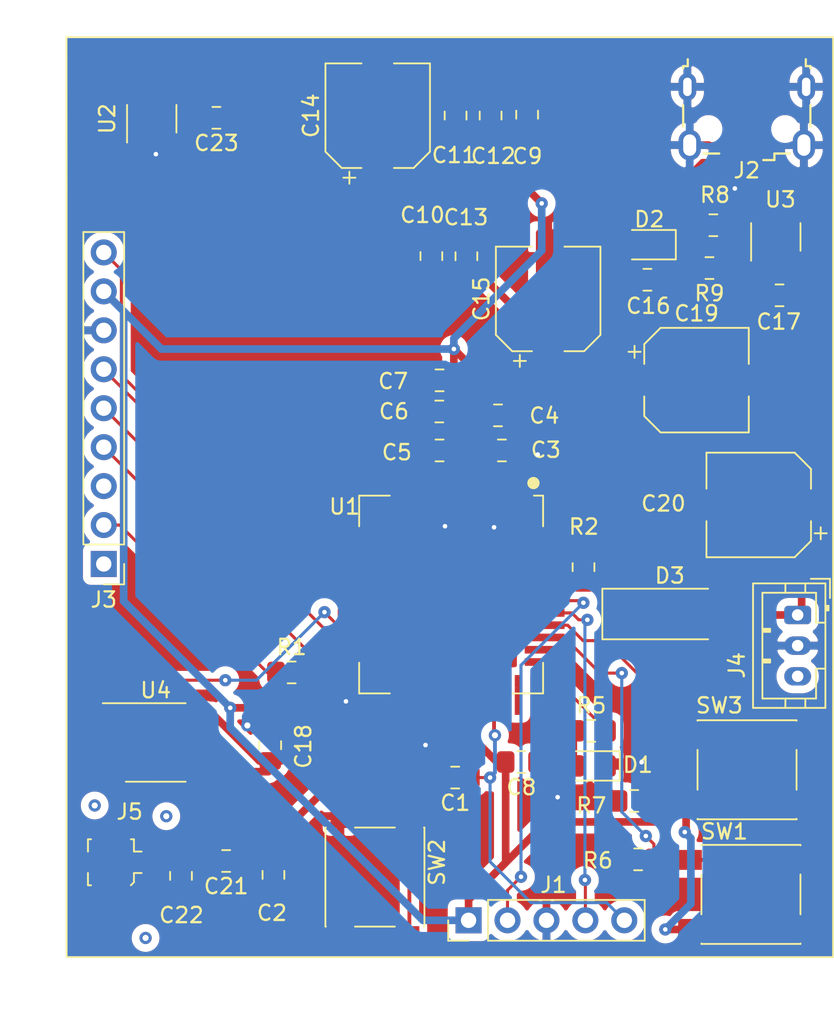
<source format=kicad_pcb>
(kicad_pcb (version 20171130) (host pcbnew 5.1.5-52549c5~84~ubuntu18.04.1)
  (layers (0 F.Cu signal) (31 B.Cu signal) (34 B.Paste user) (35 F.Paste user) (36 B.SilkS user) (37 F.SilkS user) (38 B.Mask user) (39 F.Mask user) (44 Edge.Cuts user))
  (net 0 "")
  (net 1 +3V3)
  (net 2 "Net-(C10-Pad1)")
  (net 3 /NRST)
  (net 4 "Net-(J2-Pad2)")
  (net 5 "Net-(J2-Pad3)")
  (net 6 "Net-(J2-Pad4)")
  (net 7 "Net-(R2-Pad1)")
  (net 8 "Net-(U1-Pad38)")
  (net 9 "Net-(U1-Pad20)")
  (net 10 "Net-(U1-Pad17)")
  (net 11 "Net-(U1-Pad16)")
  (net 12 "Net-(U1-Pad15)")
  (net 13 "Net-(U1-Pad14)")
  (net 14 "Net-(U1-Pad13)")
  (net 15 "Net-(U1-Pad12)")
  (net 16 "Net-(U1-Pad36)")
  (net 17 "Net-(U1-Pad35)")
  (net 18 "Net-(U1-Pad33)")
  (net 19 "Net-(U1-Pad31)")
  (net 20 "Net-(U1-Pad30)")
  (net 21 "Net-(U1-Pad29)")
  (net 22 "Net-(U1-Pad28)")
  (net 23 "Net-(U1-Pad11)")
  (net 24 "Net-(U1-Pad10)")
  (net 25 "Net-(U1-Pad9)")
  (net 26 "Net-(U1-Pad8)")
  (net 27 "Net-(U1-Pad2)")
  (net 28 "Net-(U1-Pad1)")
  (net 29 "Net-(U1-Pad47)")
  (net 30 GND)
  (net 31 "Net-(C2-Pad2)")
  (net 32 "Net-(C21-Pad2)")
  (net 33 "Net-(D1-Pad2)")
  (net 34 "Net-(D2-Pad1)")
  (net 35 /SWDIO)
  (net 36 /SWCLK)
  (net 37 /enable)
  (net 38 /VbAt)
  (net 39 "/3DF(3D-FiX_indicator)")
  (net 40 /TX)
  (net 41 /RX)
  (net 42 "/1pps(1_pulse_per_second)")
  (net 43 "Net-(J4-Pad3)")
  (net 44 "Net-(R1-Pad2)")
  (net 45 "Net-(R5-Pad2)")
  (net 46 "Net-(R6-Pad1)")
  (net 47 "Net-(R7-Pad1)")
  (net 48 "Net-(R8-Pad1)")
  (net 49 "Net-(R9-Pad1)")
  (net 50 /temperature)
  (net 51 "Net-(U1-Pad45)")
  (net 52 "Net-(U1-Pad46)")
  (net 53 "Net-(C17-Pad2)")
  (net 54 "Net-(C23-Pad2)")
  (net 55 "Net-(J3-Pad1)")
  (module lab1_CMWX1ZZABZ-078:CMWX1ZZABZ_longer_pads (layer F.Cu) (at 275.082 276.352 270)
    (fp_text reference U1 (at -5.732 6.952 180) (layer F.SilkS))
    (fp_text value CMWX1ZZABZ-078)
    (pad 48 connect rect (at -4.4 -6.1 180) (size 1 0.5) (layers F.Cu) (net 1 +3V3))
    (pad 48 smd rect (at -4.4 -7 180) (size 0.8 0.5) (layers F.Cu F.Paste F.Mask) (net 1 +3V3))
    (pad 47 connect rect (at -3.6 -6.1 180) (size 1 0.5) (layers F.Cu) (net 29 "Net-(U1-Pad47)"))
    (pad 47 smd rect (at -3.6 -7 180) (size 0.8 0.5) (layers F.Cu F.Paste F.Mask) (net 29 "Net-(U1-Pad47)"))
    (pad 46 connect rect (at -2.8 -6.1 180) (size 1 0.5) (layers F.Cu) (net 52 "Net-(U1-Pad46)"))
    (pad 46 smd rect (at -2.8 -7 180) (size 0.8 0.5) (layers F.Cu F.Paste F.Mask) (net 52 "Net-(U1-Pad46)"))
    (pad 45 connect rect (at -2 -6.1 180) (size 1 0.5) (layers F.Cu) (net 51 "Net-(U1-Pad45)"))
    (pad 45 smd rect (at -2 -7 180) (size 0.8 0.5) (layers F.Cu F.Paste F.Mask) (net 51 "Net-(U1-Pad45)"))
    (pad 44 connect rect (at -1.2 -6.1 180) (size 1 0.5) (layers F.Cu) (net 30 GND))
    (pad 44 smd rect (at -1.2 -7 180) (size 0.8 0.5) (layers F.Cu F.Paste F.Mask) (net 30 GND))
    (pad 43 connect rect (at -0.4 -6.1 180) (size 1 0.5) (layers F.Cu) (net 7 "Net-(R2-Pad1)"))
    (pad 43 smd rect (at -0.4 -7 180) (size 0.8 0.5) (layers F.Cu F.Paste F.Mask) (net 7 "Net-(R2-Pad1)"))
    (pad 42 connect rect (at 0.4 -6.1 180) (size 1 0.5) (layers F.Cu) (net 36 /SWCLK))
    (pad 42 smd rect (at 0.4 -7 180) (size 0.8 0.5) (layers F.Cu F.Paste F.Mask) (net 36 /SWCLK))
    (pad 41 connect rect (at 1.2 -6.1 180) (size 1 0.5) (layers F.Cu) (net 35 /SWDIO))
    (pad 41 smd rect (at 1.2 -7 180) (size 0.8 0.5) (layers F.Cu F.Paste F.Mask) (net 35 /SWDIO))
    (pad 40 connect rect (at 2 -6.1 180) (size 1 0.5) (layers F.Cu) (net 47 "Net-(R7-Pad1)"))
    (pad 40 smd rect (at 2 -7 180) (size 0.8 0.5) (layers F.Cu F.Paste F.Mask) (net 47 "Net-(R7-Pad1)"))
    (pad 39 connect rect (at 2.8 -6.1 180) (size 1 0.5) (layers F.Cu) (net 46 "Net-(R6-Pad1)"))
    (pad 39 smd rect (at 2.8 -7 180) (size 0.8 0.5) (layers F.Cu F.Paste F.Mask) (net 46 "Net-(R6-Pad1)"))
    (pad 38 connect rect (at 3.6 -6.1 180) (size 1 0.5) (layers F.Cu) (net 8 "Net-(U1-Pad38)"))
    (pad 38 smd rect (at 3.6 -7 180) (size 0.8 0.5) (layers F.Cu F.Paste F.Mask) (net 8 "Net-(U1-Pad38)"))
    (pad 37 smd rect (at 4.4 -7 180) (size 0.8 0.5) (layers F.Cu F.Paste F.Mask) (net 45 "Net-(R5-Pad2)"))
    (pad 37 connect rect (at 4.4 -6.1 180) (size 1 0.5) (layers F.Cu) (net 45 "Net-(R5-Pad2)"))
    (pad 36 smd rect (at 7.45 -4.4 90) (size 0.8 0.5) (layers F.Cu F.Paste F.Mask) (net 16 "Net-(U1-Pad36)"))
    (pad 36 connect rect (at 6.55 -4.4 90) (size 1 0.5) (layers F.Cu) (net 16 "Net-(U1-Pad36)"))
    (pad 35 smd rect (at 7.45 -3.6 90) (size 0.8 0.5) (layers F.Cu F.Paste F.Mask) (net 17 "Net-(U1-Pad35)"))
    (pad 35 connect rect (at 6.55 -3.6 90) (size 1 0.5) (layers F.Cu) (net 17 "Net-(U1-Pad35)"))
    (pad 34 smd rect (at 7.45 -2.8 90) (size 0.8 0.5) (layers F.Cu F.Paste F.Mask) (net 3 /NRST))
    (pad 34 connect rect (at 6.55 -2.8 90) (size 1 0.5) (layers F.Cu) (net 3 /NRST))
    (pad 33 smd rect (at 7.45 -2 90) (size 0.8 0.5) (layers F.Cu F.Paste F.Mask) (net 18 "Net-(U1-Pad33)"))
    (pad 33 connect rect (at 6.55 -2 90) (size 1 0.5) (layers F.Cu) (net 18 "Net-(U1-Pad33)"))
    (pad 32 smd rect (at 7.45 -1.2 90) (size 0.8 0.5) (layers F.Cu F.Paste F.Mask) (net 1 +3V3))
    (pad 32 connect rect (at 6.55 -1.2 90) (size 1 0.5) (layers F.Cu) (net 1 +3V3))
    (pad 31 smd rect (at 7.45 -0.4 90) (size 0.8 0.5) (layers F.Cu F.Paste F.Mask) (net 19 "Net-(U1-Pad31)"))
    (pad 31 connect rect (at 6.55 -0.4 90) (size 1 0.5) (layers F.Cu) (net 19 "Net-(U1-Pad31)"))
    (pad 30 smd rect (at 7.45 0.39 90) (size 0.8 0.5) (layers F.Cu F.Paste F.Mask) (net 20 "Net-(U1-Pad30)"))
    (pad 30 connect rect (at 6.55 0.39 90) (size 1 0.5) (layers F.Cu) (net 20 "Net-(U1-Pad30)"))
    (pad 29 smd rect (at 7.45 1.2 90) (size 0.8 0.5) (layers F.Cu F.Paste F.Mask) (net 21 "Net-(U1-Pad29)"))
    (pad 29 connect rect (at 6.55 1.2 90) (size 1 0.5) (layers F.Cu) (net 21 "Net-(U1-Pad29)"))
    (pad 28 smd rect (at 7.45 2 90) (size 0.8 0.5) (layers F.Cu F.Paste F.Mask) (net 22 "Net-(U1-Pad28)"))
    (pad 28 connect rect (at 6.55 2 90) (size 1 0.5) (layers F.Cu) (net 22 "Net-(U1-Pad28)"))
    (pad 27 smd rect (at 7.45 2.8 90) (size 0.8 0.5) (layers F.Cu F.Paste F.Mask) (net 30 GND))
    (pad 27 connect rect (at 6.55 2.8 90) (size 1 0.5) (layers F.Cu) (net 30 GND))
    (pad 26 smd rect (at 7.45 3.6 90) (size 0.8 0.5) (layers F.Cu F.Paste F.Mask) (net 31 "Net-(C2-Pad2)"))
    (pad 26 connect rect (at 6.55 3.6 90) (size 1 0.5) (layers F.Cu) (net 31 "Net-(C2-Pad2)"))
    (pad 25 connect rect (at 6.55 4.4 90) (size 1 0.5) (layers F.Cu) (net 30 GND))
    (pad 25 smd rect (at 7.45 4.4 90) (size 0.8 0.5) (layers F.Cu F.Paste F.Mask) (net 30 GND))
    (pad 24 connect rect (at 4.4 6.1) (size 1 0.5) (layers F.Cu) (net 44 "Net-(R1-Pad2)"))
    (pad 24 smd rect (at 4.4 7) (size 0.8 0.5) (layers F.Cu F.Paste F.Mask) (net 44 "Net-(R1-Pad2)"))
    (pad 23 connect rect (at 3.6 6.1) (size 1 0.5) (layers F.Cu) (net 39 "/3DF(3D-FiX_indicator)"))
    (pad 23 smd rect (at 3.6 7) (size 0.8 0.5) (layers F.Cu F.Paste F.Mask) (net 39 "/3DF(3D-FiX_indicator)"))
    (pad 22 connect rect (at 2.8 6.1) (size 1 0.5) (layers F.Cu) (net 40 /TX))
    (pad 22 smd rect (at 2.8 7) (size 0.8 0.5) (layers F.Cu F.Paste F.Mask) (net 40 /TX))
    (pad 21 connect rect (at 2 6.1) (size 1 0.5) (layers F.Cu) (net 50 /temperature))
    (pad 21 smd rect (at 2 7) (size 0.8 0.5) (layers F.Cu F.Paste F.Mask) (net 50 /temperature))
    (pad 20 connect rect (at 1.2 6.1) (size 1 0.5) (layers F.Cu) (net 9 "Net-(U1-Pad20)"))
    (pad 20 smd rect (at 1.2 7) (size 0.8 0.5) (layers F.Cu F.Paste F.Mask) (net 9 "Net-(U1-Pad20)"))
    (pad 19 smd rect (at 0.4 7) (size 0.8 0.5) (layers F.Cu F.Paste F.Mask) (net 41 /RX))
    (pad 19 connect rect (at 0.4 6.1) (size 1 0.5) (layers F.Cu) (net 41 /RX))
    (pad 18 connect rect (at -0.4 6.1) (size 1 0.5) (layers F.Cu) (net 42 "/1pps(1_pulse_per_second)"))
    (pad 18 smd rect (at -0.4 7) (size 0.8 0.5) (layers F.Cu F.Paste F.Mask) (net 42 "/1pps(1_pulse_per_second)"))
    (pad 17 connect rect (at -1.2 6.1) (size 1 0.5) (layers F.Cu) (net 10 "Net-(U1-Pad17)"))
    (pad 17 smd rect (at -1.2 7) (size 0.8 0.5) (layers F.Cu F.Paste F.Mask) (net 10 "Net-(U1-Pad17)"))
    (pad 16 connect rect (at -2 6.09) (size 1 0.5) (layers F.Cu) (net 11 "Net-(U1-Pad16)"))
    (pad 16 smd rect (at -2 6.99) (size 0.8 0.5) (layers F.Cu F.Paste F.Mask) (net 11 "Net-(U1-Pad16)"))
    (pad 15 connect rect (at -2.8 6.09) (size 1 0.5) (layers F.Cu) (net 12 "Net-(U1-Pad15)"))
    (pad 15 smd rect (at -2.8 6.99) (size 0.8 0.5) (layers F.Cu F.Paste F.Mask) (net 12 "Net-(U1-Pad15)"))
    (pad 14 connect rect (at -3.6 6.09) (size 1 0.5) (layers F.Cu) (net 13 "Net-(U1-Pad14)"))
    (pad 14 smd rect (at -3.6 6.99) (size 0.8 0.5) (layers F.Cu F.Paste F.Mask) (net 13 "Net-(U1-Pad14)"))
    (pad 13 smd rect (at -4.4 6.99) (size 0.8 0.5) (layers F.Cu F.Paste F.Mask) (net 14 "Net-(U1-Pad13)"))
    (pad 13 connect rect (at -4.4 6.09) (size 1 0.5) (layers F.Cu) (net 14 "Net-(U1-Pad13)"))
    (pad 12 connect rect (at -6.55 4.4 270) (size 1 0.5) (layers F.Cu) (net 15 "Net-(U1-Pad12)"))
    (pad 12 smd rect (at -7.45 4.4 270) (size 0.8 0.5) (layers F.Cu F.Paste F.Mask) (net 15 "Net-(U1-Pad12)"))
    (pad 11 connect rect (at -6.55 3.6 270) (size 1 0.5) (layers F.Cu) (net 23 "Net-(U1-Pad11)"))
    (pad 11 smd rect (at -7.45 3.6 270) (size 0.8 0.5) (layers F.Cu F.Paste F.Mask) (net 23 "Net-(U1-Pad11)"))
    (pad 10 connect rect (at -6.55 2.8 270) (size 1 0.5) (layers F.Cu) (net 24 "Net-(U1-Pad10)"))
    (pad 10 smd rect (at -7.45 2.8 270) (size 0.8 0.5) (layers F.Cu F.Paste F.Mask) (net 24 "Net-(U1-Pad10)"))
    (pad 9 connect rect (at -6.55 2 270) (size 1 0.5) (layers F.Cu) (net 25 "Net-(U1-Pad9)"))
    (pad 9 smd rect (at -7.45 2 270) (size 0.8 0.5) (layers F.Cu F.Paste F.Mask) (net 25 "Net-(U1-Pad9)"))
    (pad 8 connect rect (at -6.55 1.2 270) (size 1 0.5) (layers F.Cu) (net 26 "Net-(U1-Pad8)"))
    (pad 8 smd rect (at -7.45 1.2 270) (size 0.8 0.5) (layers F.Cu F.Paste F.Mask) (net 26 "Net-(U1-Pad8)"))
    (pad 7 connect rect (at -6.55 0.4 270) (size 1 0.5) (layers F.Cu) (net 30 GND))
    (pad 7 smd rect (at -7.45 0.4 270) (size 0.8 0.5) (layers F.Cu F.Paste F.Mask) (net 30 GND))
    (pad 6 connect rect (at -6.55 -0.4 270) (size 1 0.5) (layers F.Cu) (net 1 +3V3))
    (pad 6 smd rect (at -7.45 -0.4 270) (size 0.8 0.5) (layers F.Cu F.Paste F.Mask) (net 1 +3V3))
    (pad 5 connect rect (at -6.55 -1.2 270) (size 1 0.5) (layers F.Cu) (net 1 +3V3))
    (pad 5 smd rect (at -7.45 -1.2 270) (size 0.8 0.5) (layers F.Cu F.Paste F.Mask) (net 1 +3V3))
    (pad 4 connect rect (at -6.55 -2 270) (size 1 0.5) (layers F.Cu) (net 1 +3V3))
    (pad 4 smd rect (at -7.45 -2 270) (size 0.8 0.5) (layers F.Cu F.Paste F.Mask) (net 1 +3V3))
    (pad 3 connect rect (at -6.55 -2.8 270) (size 1 0.5) (layers F.Cu) (net 30 GND))
    (pad 3 smd rect (at -7.45 -2.8 270) (size 0.8 0.5) (layers F.Cu F.Paste F.Mask) (net 30 GND))
    (pad 2 smd rect (at -7.45 -3.6 270) (size 0.8 0.5) (layers F.Cu F.Paste F.Mask) (net 27 "Net-(U1-Pad2)"))
    (pad 2 connect rect (at -6.55 -3.6 270) (size 1 0.5) (layers F.Cu) (net 27 "Net-(U1-Pad2)"))
    (pad 1 smd rect (at -7.45 -4.4 270) (size 0.8 0.5) (layers F.Cu F.Paste F.Mask) (net 28 "Net-(U1-Pad1)"))
    (pad 1 connect rect (at -6.55 -4.4 270) (size 1 0.5) (layers F.Cu) (net 28 "Net-(U1-Pad1)"))
    (pad 1 smd rect (at -7.45 -4.4 270) (size 0.8 0.5) (layers F.Cu F.Paste F.Mask) (net 28 "Net-(U1-Pad1)"))
    (pad 1 connect rect (at -6.55 -4.4 270) (size 1 0.5) (layers F.Cu) (net 28 "Net-(U1-Pad1)"))
    (pad 57 smd rect (at 2.5 2.5) (size 1.6 1.6) (layers F.Cu F.Paste F.Mask) (net 30 GND))
    (pad 56 smd rect (at 0 2.5) (size 1.6 1.6) (layers F.Cu F.Paste F.Mask) (net 30 GND))
    (pad 55 smd rect (at -2.5 2.5) (size 1.6 1.6) (layers F.Cu F.Paste F.Mask) (net 30 GND))
    (pad 54 smd rect (at 2.5 0) (size 1.6 1.6) (layers F.Cu F.Paste F.Mask) (net 30 GND))
    (pad 53 smd rect (at 0 0) (size 1.6 1.6) (layers F.Cu F.Paste F.Mask) (net 30 GND))
    (pad 52 smd rect (at -2.5 0) (size 1.6 1.6) (layers F.Cu F.Paste F.Mask) (net 30 GND))
    (pad 51 smd rect (at 2.5 -2.5) (size 1.6 1.6) (layers F.Cu F.Paste F.Mask) (net 30 GND))
    (pad 50 smd rect (at 0 -2.5) (size 1.6 1.6) (layers F.Cu F.Paste F.Mask) (net 30 GND))
    (pad 49 smd rect (at -2.5 -2.5) (size 1.6 1.6) (layers F.Cu F.Paste F.Mask) (net 30 GND))
    (pad 48 smd rect (at -4.4 -5.2) (size 0.8 0.5) (layers F.Cu F.Paste F.Mask) (net 1 +3V3))
    (pad 47 smd rect (at -3.6 -5.2) (size 0.8 0.5) (layers F.Cu F.Paste F.Mask) (net 29 "Net-(U1-Pad47)"))
    (pad 46 smd rect (at -2.8 -5.2) (size 0.8 0.5) (layers F.Cu F.Paste F.Mask) (net 52 "Net-(U1-Pad46)"))
    (pad 45 smd rect (at -2 -5.2) (size 0.8 0.5) (layers F.Cu F.Paste F.Mask) (net 51 "Net-(U1-Pad45)"))
    (pad 44 smd rect (at -1.2 -5.2) (size 0.8 0.5) (layers F.Cu F.Paste F.Mask) (net 30 GND))
    (pad 43 smd rect (at -0.4 -5.2) (size 0.8 0.5) (layers F.Cu F.Paste F.Mask) (net 7 "Net-(R2-Pad1)"))
    (pad 42 smd rect (at 0.4 -5.2) (size 0.8 0.5) (layers F.Cu F.Paste F.Mask) (net 36 /SWCLK))
    (pad 1 smd rect (at -5.65 -4.4 270) (size 0.8 0.5) (layers F.Cu F.Paste F.Mask) (net 28 "Net-(U1-Pad1)"))
    (pad 2 smd rect (at -5.65 -3.6 270) (size 0.8 0.5) (layers F.Cu F.Paste F.Mask) (net 27 "Net-(U1-Pad2)"))
    (pad 3 smd rect (at -5.65 -2.8 270) (size 0.8 0.5) (layers F.Cu F.Paste F.Mask) (net 30 GND))
    (pad 4 smd rect (at -5.65 -2 270) (size 0.8 0.5) (layers F.Cu F.Paste F.Mask) (net 1 +3V3))
    (pad 5 smd rect (at -5.65 -1.2 270) (size 0.8 0.5) (layers F.Cu F.Paste F.Mask) (net 1 +3V3))
    (pad 6 smd rect (at -5.65 -0.4 270) (size 0.8 0.5) (layers F.Cu F.Paste F.Mask) (net 1 +3V3))
    (pad 7 smd rect (at -5.65 0.4 270) (size 0.8 0.5) (layers F.Cu F.Paste F.Mask) (net 30 GND))
    (pad 8 smd rect (at -5.65 1.2 270) (size 0.8 0.5) (layers F.Cu F.Paste F.Mask) (net 26 "Net-(U1-Pad8)"))
    (pad 9 smd rect (at -5.65 2 270) (size 0.8 0.5) (layers F.Cu F.Paste F.Mask) (net 25 "Net-(U1-Pad9)"))
    (pad 10 smd rect (at -5.65 2.8 270) (size 0.8 0.5) (layers F.Cu F.Paste F.Mask) (net 24 "Net-(U1-Pad10)"))
    (pad 11 smd rect (at -5.65 3.6 270) (size 0.8 0.5) (layers F.Cu F.Paste F.Mask) (net 23 "Net-(U1-Pad11)"))
    (pad 27 smd rect (at 5.65 2.8 270) (size 0.8 0.5) (layers F.Cu F.Paste F.Mask) (net 30 GND))
    (pad 28 smd rect (at 5.65 2 270) (size 0.8 0.5) (layers F.Cu F.Paste F.Mask) (net 22 "Net-(U1-Pad28)"))
    (pad 29 smd rect (at 5.65 1.2 270) (size 0.8 0.5) (layers F.Cu F.Paste F.Mask) (net 21 "Net-(U1-Pad29)"))
    (pad 30 smd rect (at 5.65 0.4 270) (size 0.8 0.5) (layers F.Cu F.Paste F.Mask) (net 20 "Net-(U1-Pad30)"))
    (pad 31 smd rect (at 5.65 -0.4 270) (size 0.8 0.5) (layers F.Cu F.Paste F.Mask) (net 19 "Net-(U1-Pad31)"))
    (pad 32 smd rect (at 5.65 -1.2 270) (size 0.8 0.5) (layers F.Cu F.Paste F.Mask) (net 1 +3V3))
    (pad 33 smd rect (at 5.65 -2 270) (size 0.8 0.5) (layers F.Cu F.Paste F.Mask) (net 18 "Net-(U1-Pad33)"))
    (pad 34 smd rect (at 5.65 -2.8 270) (size 0.8 0.5) (layers F.Cu F.Paste F.Mask) (net 3 /NRST))
    (pad 35 smd rect (at 5.65 -3.6 270) (size 0.8 0.5) (layers F.Cu F.Paste F.Mask) (net 17 "Net-(U1-Pad35)"))
    (pad 36 smd rect (at 5.65 -4.4 270) (size 0.8 0.5) (layers F.Cu F.Paste F.Mask) (net 16 "Net-(U1-Pad36)"))
    (pad 37 smd rect (at 4.4 -5.2) (size 0.8 0.5) (layers F.Cu F.Paste F.Mask) (net 45 "Net-(R5-Pad2)"))
    (pad 39 smd rect (at 2.8 -5.2) (size 0.8 0.5) (layers F.Cu F.Paste F.Mask) (net 46 "Net-(R6-Pad1)"))
    (pad 40 smd rect (at 2 -5.2) (size 0.8 0.5) (layers F.Cu F.Paste F.Mask) (net 47 "Net-(R7-Pad1)"))
    (pad 41 smd rect (at 1.2 -5.2) (size 0.8 0.5) (layers F.Cu F.Paste F.Mask) (net 35 /SWDIO))
    (pad 12 smd rect (at -5.65 4.4 270) (size 0.8 0.5) (layers F.Cu F.Paste F.Mask) (net 15 "Net-(U1-Pad12)"))
    (pad 13 smd rect (at -4.4 5.2) (size 0.8 0.5) (layers F.Cu F.Paste F.Mask) (net 14 "Net-(U1-Pad13)"))
    (pad 14 smd rect (at -3.6 5.2) (size 0.8 0.5) (layers F.Cu F.Paste F.Mask) (net 13 "Net-(U1-Pad14)"))
    (pad 15 smd rect (at -2.8 5.2) (size 0.8 0.5) (layers F.Cu F.Paste F.Mask) (net 12 "Net-(U1-Pad15)"))
    (pad 16 smd rect (at -2 5.2) (size 0.8 0.5) (layers F.Cu F.Paste F.Mask) (net 11 "Net-(U1-Pad16)"))
    (pad 17 smd rect (at -1.2 5.2) (size 0.8 0.5) (layers F.Cu F.Paste F.Mask) (net 10 "Net-(U1-Pad17)"))
    (pad 18 smd rect (at -0.4 5.2) (size 0.8 0.5) (layers F.Cu F.Paste F.Mask) (net 42 "/1pps(1_pulse_per_second)"))
    (pad 19 smd rect (at 0.4 5.2) (size 0.8 0.5) (layers F.Cu F.Paste F.Mask) (net 41 /RX))
    (pad 20 smd rect (at 1.2 5.2 180) (size 0.8 0.5) (layers F.Cu F.Paste F.Mask) (net 9 "Net-(U1-Pad20)"))
    (pad 21 smd rect (at 2 5.2 180) (size 0.8 0.5) (layers F.Cu F.Paste F.Mask) (net 50 /temperature))
    (pad 22 smd rect (at 2.8 5.2 180) (size 0.8 0.5) (layers F.Cu F.Paste F.Mask) (net 40 /TX))
    (pad 23 smd rect (at 3.6 5.2 180) (size 0.8 0.5) (layers F.Cu F.Paste F.Mask) (net 39 "/3DF(3D-FiX_indicator)"))
    (pad 24 smd rect (at 4.4 5.2 180) (size 0.8 0.5) (layers F.Cu F.Paste F.Mask) (net 44 "Net-(R1-Pad2)"))
    (pad 25 smd rect (at 5.65 4.4 270) (size 0.8 0.5) (layers F.Cu F.Paste F.Mask) (net 30 GND))
    (pad 26 smd rect (at 5.65 3.6 270) (size 0.8 0.5) (layers F.Cu F.Paste F.Mask) (net 31 "Net-(C2-Pad2)"))
    (pad 38 smd rect (at 3.6 -5.2) (size 0.8 0.5) (layers F.Cu F.Paste F.Mask) (net 8 "Net-(U1-Pad38)"))
  )
  (module Capacitor_SMD:C_0805_2012Metric_Pad1.15x1.40mm_HandSolder (layer F.Cu) (at 275.345 288.29 180)
    (fp_text reference C1 (at 0 -1.65) (layer F.SilkS))
    (fp_text value 0.1u)
    (pad 1 smd roundrect (at -1.025 0 180) (size 1.15 1.4) (layers F.Cu F.Paste F.Mask) (roundrect_rratio 0.217391) (net 3 /NRST))
    (pad 2 smd roundrect (at 1.025 0 180) (size 1.15 1.4) (layers F.Cu F.Paste F.Mask) (roundrect_rratio 0.217391) (net 30 GND))
  )
  (module Capacitor_SMD:C_0805_2012Metric_Pad1.15x1.40mm_HandSolder (layer F.Cu) (at 263.49 294.635 90)
    (fp_text reference C2 (at -2.485 -0.1 180) (layer F.SilkS))
    (fp_text value 10u)
    (pad 1 smd roundrect (at -1.025 0 90) (size 1.15 1.4) (layers F.Cu F.Paste F.Mask) (roundrect_rratio 0.217391) (net 30 GND))
    (pad 2 smd roundrect (at 1.025 0 90) (size 1.15 1.4) (layers F.Cu F.Paste F.Mask) (roundrect_rratio 0.217391) (net 31 "Net-(C2-Pad2)"))
  )
  (module Capacitor_SMD:C_0805_2012Metric_Pad1.15x1.40mm_HandSolder (layer F.Cu) (at 278.393 266.954 180)
    (fp_text reference C3 (at -2.867 0.034) (layer F.SilkS))
    (fp_text value 10u)
    (pad 2 smd roundrect (at 1.025 0 180) (size 1.15 1.4) (layers F.Cu F.Paste F.Mask) (roundrect_rratio 0.217391) (net 1 +3V3))
    (pad 1 smd roundrect (at -1.025 0 180) (size 1.15 1.4) (layers F.Cu F.Paste F.Mask) (roundrect_rratio 0.217391) (net 30 GND))
  )
  (module Capacitor_SMD:C_0805_2012Metric_Pad1.15x1.40mm_HandSolder (layer F.Cu) (at 278.139 264.668 180)
    (fp_text reference C4 (at -3.021 -0.022) (layer F.SilkS))
    (fp_text value 0.1u)
    (pad 1 smd roundrect (at -1.025 0 180) (size 1.15 1.4) (layers F.Cu F.Paste F.Mask) (roundrect_rratio 0.217391) (net 30 GND))
    (pad 2 smd roundrect (at 1.025 0 180) (size 1.15 1.4) (layers F.Cu F.Paste F.Mask) (roundrect_rratio 0.217391) (net 1 +3V3))
  )
  (module Capacitor_SMD:C_0805_2012Metric_Pad1.15x1.40mm_HandSolder (layer F.Cu) (at 274.329 266.954 180)
    (fp_text reference C5 (at 2.789 -0.126 180) (layer F.SilkS))
    (fp_text value 10u)
    (pad 2 smd roundrect (at 1.025 0 180) (size 1.15 1.4) (layers F.Cu F.Paste F.Mask) (roundrect_rratio 0.217391) (net 30 GND))
    (pad 1 smd roundrect (at -1.025 0 180) (size 1.15 1.4) (layers F.Cu F.Paste F.Mask) (roundrect_rratio 0.217391) (net 1 +3V3))
  )
  (module Capacitor_SMD:C_0805_2012Metric_Pad1.15x1.40mm_HandSolder (layer F.Cu) (at 274.311 264.414)
    (fp_text reference C6 (at -2.961 -0.004) (layer F.SilkS))
    (fp_text value 1u)
    (pad 2 smd roundrect (at 1.025 0) (size 1.15 1.4) (layers F.Cu F.Paste F.Mask) (roundrect_rratio 0.217391) (net 1 +3V3))
    (pad 1 smd roundrect (at -1.025 0) (size 1.15 1.4) (layers F.Cu F.Paste F.Mask) (roundrect_rratio 0.217391) (net 30 GND))
  )
  (module Capacitor_SMD:C_0805_2012Metric_Pad1.15x1.40mm_HandSolder (layer F.Cu) (at 274.329 262.382)
    (fp_text reference C7 (at -3.029 0.058) (layer F.SilkS))
    (fp_text value 0.1u)
    (pad 1 smd roundrect (at -1.025 0) (size 1.15 1.4) (layers F.Cu F.Paste F.Mask) (roundrect_rratio 0.217391) (net 30 GND))
    (pad 2 smd roundrect (at 1.025 0) (size 1.15 1.4) (layers F.Cu F.Paste F.Mask) (roundrect_rratio 0.217391) (net 1 +3V3))
  )
  (module Capacitor_SMD:C_0805_2012Metric_Pad1.15x1.40mm_HandSolder (layer F.Cu) (at 279.663 287.274 180)
    (fp_text reference C8 (at 0 -1.65) (layer F.SilkS))
    (fp_text value 1u)
    (pad 2 smd roundrect (at 1.025 0 180) (size 1.15 1.4) (layers F.Cu F.Paste F.Mask) (roundrect_rratio 0.217391) (net 1 +3V3))
    (pad 1 smd roundrect (at -1.025 0 180) (size 1.15 1.4) (layers F.Cu F.Paste F.Mask) (roundrect_rratio 0.217391) (net 30 GND))
  )
  (module Capacitor_SMD:C_0805_2012Metric_Pad1.15x1.40mm_HandSolder (layer F.Cu) (at 280.04 245.055 90)
    (fp_text reference C9 (at -2.705 0.02 180) (layer F.SilkS))
    (fp_text value 100n)
    (pad 2 smd roundrect (at 1.025 0 90) (size 1.15 1.4) (layers F.Cu F.Paste F.Mask) (roundrect_rratio 0.217391) (net 30 GND))
    (pad 1 smd roundrect (at -1.025 0 90) (size 1.15 1.4) (layers F.Cu F.Paste F.Mask) (roundrect_rratio 0.217391) (net 1 +3V3))
  )
  (module Capacitor_SMD:C_0805_2012Metric_Pad1.15x1.40mm_HandSolder (layer F.Cu) (at 273.792 254.278 90)
    (fp_text reference C10 (at 2.678 -0.582 180) (layer F.SilkS))
    (fp_text value 10n)
    (pad 2 smd roundrect (at 1.025 0 90) (size 1.15 1.4) (layers F.Cu F.Paste F.Mask) (roundrect_rratio 0.217391) (net 30 GND))
    (pad 1 smd roundrect (at -1.025 0 90) (size 1.15 1.4) (layers F.Cu F.Paste F.Mask) (roundrect_rratio 0.217391) (net 2 "Net-(C10-Pad1)"))
  )
  (module Capacitor_SMD:C_0805_2012Metric_Pad1.15x1.40mm_HandSolder (layer F.Cu) (at 275.372 245.113 270)
    (fp_text reference C11 (at 2.583 0.098 180) (layer F.SilkS))
    (fp_text value 100n)
    (pad 2 smd roundrect (at 1.025 0 270) (size 1.15 1.4) (layers F.Cu F.Paste F.Mask) (roundrect_rratio 0.217391) (net 1 +3V3))
    (pad 1 smd roundrect (at -1.025 0 270) (size 1.15 1.4) (layers F.Cu F.Paste F.Mask) (roundrect_rratio 0.217391) (net 30 GND))
  )
  (module Capacitor_SMD:C_0805_2012Metric_Pad1.15x1.40mm_HandSolder (layer F.Cu) (at 277.658 245.113 270)
    (fp_text reference C12 (at 2.637 -0.172 180) (layer F.SilkS))
    (fp_text value 100n)
    (pad 1 smd roundrect (at -1.025 0 270) (size 1.15 1.4) (layers F.Cu F.Paste F.Mask) (roundrect_rratio 0.217391) (net 30 GND))
    (pad 2 smd roundrect (at 1.025 0 270) (size 1.15 1.4) (layers F.Cu F.Paste F.Mask) (roundrect_rratio 0.217391) (net 1 +3V3))
  )
  (module Capacitor_SMD:C_0805_2012Metric_Pad1.15x1.40mm_HandSolder (layer F.Cu) (at 276.078 254.287 90)
    (fp_text reference C13 (at 2.537 -0.028 180) (layer F.SilkS))
    (fp_text value 100n)
    (pad 1 smd roundrect (at -1.025 0 90) (size 1.15 1.4) (layers F.Cu F.Paste F.Mask) (roundrect_rratio 0.217391) (net 2 "Net-(C10-Pad1)"))
    (pad 2 smd roundrect (at 1.025 0 90) (size 1.15 1.4) (layers F.Cu F.Paste F.Mask) (roundrect_rratio 0.217391) (net 30 GND))
  )
  (module Capacitor_SMD:CP_Elec_6.3x4.9 (layer F.Cu) (at 270.292 245.122 90)
    (fp_text reference C14 (at 0 -4.35 90) (layer F.SilkS))
    (fp_text value 10u)
    (pad 2 smd roundrect (at 2.8 0 90) (size 3.5 1.6) (layers F.Cu F.Paste F.Mask) (roundrect_rratio 0.15625) (net 30 GND))
    (pad 1 smd roundrect (at -2.8 0 90) (size 3.5 1.6) (layers F.Cu F.Paste F.Mask) (roundrect_rratio 0.15625) (net 1 +3V3))
  )
  (module Capacitor_SMD:CP_Elec_6.3x4.9 (layer F.Cu) (at 281.412 257.072 90)
    (fp_text reference C15 (at 0 -4.35 90) (layer F.SilkS))
    (fp_text value 10u)
    (pad 1 smd roundrect (at -2.8 0 90) (size 3.5 1.6) (layers F.Cu F.Paste F.Mask) (roundrect_rratio 0.15625) (net 2 "Net-(C10-Pad1)"))
    (pad 2 smd roundrect (at 2.8 0 90) (size 3.5 1.6) (layers F.Cu F.Paste F.Mask) (roundrect_rratio 0.15625) (net 30 GND))
  )
  (module Capacitor_SMD:C_0805_2012Metric_Pad1.15x1.40mm_HandSolder (layer F.Cu) (at 287.889 255.822)
    (fp_text reference C16 (at 0.061 1.708) (layer F.SilkS))
    (fp_text value 4.7u)
    (pad 1 smd roundrect (at -1.025 0) (size 1.15 1.4) (layers F.Cu F.Paste F.Mask) (roundrect_rratio 0.217391) (net 2 "Net-(C10-Pad1)"))
    (pad 2 smd roundrect (at 1.025 0) (size 1.15 1.4) (layers F.Cu F.Paste F.Mask) (roundrect_rratio 0.217391) (net 30 GND))
  )
  (module Capacitor_SMD:C_0805_2012Metric_Pad1.15x1.40mm_HandSolder (layer F.Cu) (at 296.507 256.838)
    (fp_text reference C17 (at -0.057 1.722) (layer F.SilkS))
    (fp_text value 4.7u)
    (pad 2 smd roundrect (at 1.025 0) (size 1.15 1.4) (layers F.Cu F.Paste F.Mask) (roundrect_rratio 0.217391) (net 53 "Net-(C17-Pad2)"))
    (pad 1 smd roundrect (at -1.025 0) (size 1.15 1.4) (layers F.Cu F.Paste F.Mask) (roundrect_rratio 0.217391) (net 30 GND))
  )
  (module Capacitor_SMD:C_0805_2012Metric_Pad1.15x1.40mm_HandSolder (layer F.Cu) (at 263.28 286.18 270)
    (fp_text reference C18 (at 0.08 -2.16 90) (layer F.SilkS))
    (fp_text value 0.1u)
    (pad 2 smd roundrect (at 1.025 0 270) (size 1.15 1.4) (layers F.Cu F.Paste F.Mask) (roundrect_rratio 0.217391) (net 1 +3V3))
    (pad 1 smd roundrect (at -1.025 0 270) (size 1.15 1.4) (layers F.Cu F.Paste F.Mask) (roundrect_rratio 0.217391) (net 30 GND))
  )
  (module Capacitor_SMD:C_0805_2012Metric_Pad1.15x1.40mm_HandSolder (layer F.Cu) (at 260.405 293.73 180)
    (fp_text reference C21 (at 0 -1.65) (layer F.SilkS))
    (fp_text value 100p)
    (pad 2 smd roundrect (at 1.025 0 180) (size 1.15 1.4) (layers F.Cu F.Paste F.Mask) (roundrect_rratio 0.217391) (net 32 "Net-(C21-Pad2)"))
    (pad 1 smd roundrect (at -1.025 0 180) (size 1.15 1.4) (layers F.Cu F.Paste F.Mask) (roundrect_rratio 0.217391) (net 31 "Net-(C2-Pad2)"))
  )
  (module Capacitor_SMD:C_0805_2012Metric_Pad1.15x1.40mm_HandSolder (layer F.Cu) (at 257.46 294.7 90)
    (fp_text reference C22 (at -2.565 0.026 180) (layer F.SilkS))
    (fp_text value 10u)
    (pad 1 smd roundrect (at -1.025 0 90) (size 1.15 1.4) (layers F.Cu F.Paste F.Mask) (roundrect_rratio 0.217391) (net 30 GND))
    (pad 2 smd roundrect (at 1.025 0 90) (size 1.15 1.4) (layers F.Cu F.Paste F.Mask) (roundrect_rratio 0.217391) (net 32 "Net-(C21-Pad2)"))
  )
  (module LED_SMD:LED_0805_2012Metric_Pad1.15x1.40mm_HandSolder (layer F.Cu) (at 284.226 287.528 180)
    (fp_text reference D1 (at -3.034 0.068) (layer F.SilkS))
    (fp_text value LED)
    (pad 2 smd roundrect (at 1.025 0 180) (size 1.15 1.4) (layers F.Cu F.Paste F.Mask) (roundrect_rratio 0.217391) (net 33 "Net-(D1-Pad2)"))
    (pad 1 smd roundrect (at -1.025 0 180) (size 1.15 1.4) (layers F.Cu F.Paste F.Mask) (roundrect_rratio 0.217391) (net 30 GND))
  )
  (module LED_SMD:LED_0805_2012Metric_Pad1.15x1.40mm_HandSolder (layer F.Cu) (at 287.88 253.536 180)
    (fp_text reference D2 (at -0.13 1.656) (layer F.SilkS))
    (fp_text value LED)
    (pad 1 smd roundrect (at -1.025 0 180) (size 1.15 1.4) (layers F.Cu F.Paste F.Mask) (roundrect_rratio 0.217391) (net 34 "Net-(D2-Pad1)"))
    (pad 2 smd roundrect (at 1.025 0 180) (size 1.15 1.4) (layers F.Cu F.Paste F.Mask) (roundrect_rratio 0.217391) (net 2 "Net-(C10-Pad1)"))
  )
  (module Diode_SMD:D_SMA_Handsoldering (layer F.Cu) (at 289.346 277.622)
    (fp_text reference D3 (at 0 -2.5) (layer F.SilkS))
    (fp_text value D_Zener)
    (pad 1 smd rect (at -2.5 0) (size 3.5 1.8) (layers F.Cu F.Paste F.Mask) (net 2 "Net-(C10-Pad1)"))
    (pad 2 smd rect (at 2.5 0) (size 3.5 1.8) (layers F.Cu F.Paste F.Mask) (net 53 "Net-(C17-Pad2)"))
  )
  (module Connector_PinHeader_2.54mm:PinHeader_1x05_P2.54mm_Vertical (layer F.Cu) (at 276.22 297.6 90)
    (fp_text reference J1 (at 2.31 5.54 180) (layer F.SilkS))
    (fp_text value Conn_01x05_Male)
    (pad 1 thru_hole rect (at 0 0 90) (size 1.7 1.7) (drill 1) (layers *.Cu *.Mask) (net 1 +3V3))
    (pad 2 thru_hole oval (at 0 2.54 90) (size 1.7 1.7) (drill 1) (layers *.Cu *.Mask) (net 36 /SWCLK))
    (pad 3 thru_hole oval (at 0 5.08 90) (size 1.7 1.7) (drill 1) (layers *.Cu *.Mask) (net 30 GND))
    (pad 4 thru_hole oval (at 0 7.62 90) (size 1.7 1.7) (drill 1) (layers *.Cu *.Mask) (net 35 /SWDIO))
    (pad 5 thru_hole oval (at 0 10.16 90) (size 1.7 1.7) (drill 1) (layers *.Cu *.Mask) (net 3 /NRST))
  )
  (module Connector_USB:USB_Micro-B_Wuerth_629105150521 (layer F.Cu) (at 294.37 245.19 180)
    (fp_text reference J2 (at 0 -3.5) (layer F.SilkS))
    (fp_text value USB_OTG)
    (pad 1 smd rect (at -1.3 -1.9 180) (size 0.45 1.3) (layers F.Cu F.Paste F.Mask) (net 2 "Net-(C10-Pad1)"))
    (pad 2 smd rect (at -0.65 -1.9 180) (size 0.45 1.3) (layers F.Cu F.Paste F.Mask) (net 4 "Net-(J2-Pad2)"))
    (pad 3 smd rect (at 0 -1.9 180) (size 0.45 1.3) (layers F.Cu F.Paste F.Mask) (net 5 "Net-(J2-Pad3)"))
    (pad 4 smd rect (at 0.65 -1.9 180) (size 0.45 1.3) (layers F.Cu F.Paste F.Mask) (net 6 "Net-(J2-Pad4)"))
    (pad 5 smd rect (at 1.3 -1.9 180) (size 0.45 1.3) (layers F.Cu F.Paste F.Mask) (net 30 GND))
    (pad 6 thru_hole oval (at -3.725 -1.85 180) (size 1.45 2) (drill oval 0.85 1.4) (layers *.Cu *.Mask) (net 30 GND))
    (pad 6 thru_hole oval (at 3.725 -1.85 180) (size 1.45 2) (drill oval 0.85 1.4) (layers *.Cu *.Mask) (net 30 GND))
    (pad 6 thru_hole oval (at -3.875 1.95 180) (size 1.15 1.8) (drill oval 0.55 1.2) (layers *.Cu *.Mask) (net 30 GND))
    (pad 6 thru_hole oval (at 3.875 1.95 180) (size 1.15 1.8) (drill oval 0.55 1.2) (layers *.Cu *.Mask) (net 30 GND))
    (pad "" np_thru_hole oval (at -2.5 -0.8 180) (size 0.8 0.8) (drill 0.8) (layers *.Cu *.Mask))
    (pad "" np_thru_hole oval (at 2.5 -0.8 180) (size 0.8 0.8) (drill 0.8) (layers *.Cu *.Mask))
  )
  (module Connector_JST:JST_PH_B3B-PH-K_1x03_P2.00mm_Vertical (layer F.Cu) (at 297.688 277.686 270)
    (fp_text reference J4 (at 3.284 3.968 90) (layer F.SilkS))
    (fp_text value Conn_01x03_Female)
    (pad 1 thru_hole roundrect (at 0 0 270) (size 1.2 1.75) (drill 0.75) (layers *.Cu *.Mask) (roundrect_rratio 0.208333) (net 53 "Net-(C17-Pad2)"))
    (pad 2 thru_hole oval (at 2 0 270) (size 1.2 1.75) (drill 0.75) (layers *.Cu *.Mask) (net 30 GND))
    (pad 3 thru_hole oval (at 4 0 270) (size 1.2 1.75) (drill 0.75) (layers *.Cu *.Mask) (net 43 "Net-(J4-Pad3)"))
  )
  (module Connector_Coaxial:U.FL_Molex_MCRF_73412-0110_Vertical (layer F.Cu) (at 252.89 293.815 90)
    (fp_text reference J5 (at 3.295 1.22 180) (layer F.SilkS))
    (fp_text value Conn_Coaxial)
    (pad 2 smd rect (at -1.475 0 90) (size 1.05 2.2) (layers F.Cu F.Paste F.Mask) (net 30 GND))
    (pad 2 smd rect (at 1.475 0 90) (size 1.05 2.2) (layers F.Cu F.Paste F.Mask) (net 30 GND))
    (pad 2 smd rect (at 0 -1.5 90) (size 1 1) (layers F.Cu F.Paste F.Mask) (net 30 GND))
    (pad 1 smd rect (at 0 1.5 90) (size 1 1) (layers F.Cu F.Paste F.Mask) (net 32 "Net-(C21-Pad2)"))
  )
  (module Resistor_SMD:R_0805_2012Metric_Pad1.15x1.40mm_HandSolder (layer F.Cu) (at 264.677 281.432)
    (fp_text reference R1 (at 0 -1.65) (layer F.SilkS))
    (fp_text value 10k)
    (pad 2 smd roundrect (at 1.025 0) (size 1.15 1.4) (layers F.Cu F.Paste F.Mask) (roundrect_rratio 0.217391) (net 44 "Net-(R1-Pad2)"))
    (pad 1 smd roundrect (at -1.025 0) (size 1.15 1.4) (layers F.Cu F.Paste F.Mask) (roundrect_rratio 0.217391) (net 37 /enable))
  )
  (module Resistor_SMD:R_0805_2012Metric_Pad1.15x1.40mm_HandSolder (layer F.Cu) (at 283.718 274.565 90)
    (fp_text reference R2 (at 2.635 0.022 180) (layer F.SilkS))
    (fp_text value 10k)
    (pad 2 smd roundrect (at 1.025 0 90) (size 1.15 1.4) (layers F.Cu F.Paste F.Mask) (roundrect_rratio 0.217391) (net 30 GND))
    (pad 1 smd roundrect (at -1.025 0 90) (size 1.15 1.4) (layers F.Cu F.Paste F.Mask) (roundrect_rratio 0.217391) (net 7 "Net-(R2-Pad1)"))
  )
  (module Resistor_SMD:R_0805_2012Metric_Pad1.15x1.40mm_HandSolder (layer F.Cu) (at 284.226 285.242)
    (fp_text reference R5 (at 0 -1.65) (layer F.SilkS))
    (fp_text value 470)
    (pad 1 smd roundrect (at -1.025 0) (size 1.15 1.4) (layers F.Cu F.Paste F.Mask) (roundrect_rratio 0.217391) (net 33 "Net-(D1-Pad2)"))
    (pad 2 smd roundrect (at 1.025 0) (size 1.15 1.4) (layers F.Cu F.Paste F.Mask) (roundrect_rratio 0.217391) (net 45 "Net-(R5-Pad2)"))
  )
  (module Resistor_SMD:R_0805_2012Metric_Pad1.15x1.40mm_HandSolder (layer F.Cu) (at 287.283 293.624 180)
    (fp_text reference R6 (at 2.633 -0.076) (layer F.SilkS))
    (fp_text value 10k)
    (pad 1 smd roundrect (at -1.025 0 180) (size 1.15 1.4) (layers F.Cu F.Paste F.Mask) (roundrect_rratio 0.217391) (net 46 "Net-(R6-Pad1)"))
    (pad 2 smd roundrect (at 1.025 0 180) (size 1.15 1.4) (layers F.Cu F.Paste F.Mask) (roundrect_rratio 0.217391) (net 30 GND))
  )
  (module Resistor_SMD:R_0805_2012Metric_Pad1.15x1.40mm_HandSolder (layer F.Cu) (at 287.029 289.814 180)
    (fp_text reference R7 (at 2.799 -0.306) (layer F.SilkS))
    (fp_text value 10k)
    (pad 1 smd roundrect (at -1.025 0 180) (size 1.15 1.4) (layers F.Cu F.Paste F.Mask) (roundrect_rratio 0.217391) (net 47 "Net-(R7-Pad1)"))
    (pad 2 smd roundrect (at 1.025 0 180) (size 1.15 1.4) (layers F.Cu F.Paste F.Mask) (roundrect_rratio 0.217391) (net 30 GND))
  )
  (module Resistor_SMD:R_0805_2012Metric_Pad1.15x1.40mm_HandSolder (layer F.Cu) (at 292.189 252.266 180)
    (fp_text reference R8 (at -0.101 1.976) (layer F.SilkS))
    (fp_text value 2k)
    (pad 1 smd roundrect (at -1.025 0 180) (size 1.15 1.4) (layers F.Cu F.Paste F.Mask) (roundrect_rratio 0.217391) (net 48 "Net-(R8-Pad1)"))
    (pad 2 smd roundrect (at 1.025 0 180) (size 1.15 1.4) (layers F.Cu F.Paste F.Mask) (roundrect_rratio 0.217391) (net 30 GND))
  )
  (module Resistor_SMD:R_0805_2012Metric_Pad1.15x1.40mm_HandSolder (layer F.Cu) (at 291.935 255.06 180)
    (fp_text reference R9 (at 0 -1.65) (layer F.SilkS))
    (fp_text value 470)
    (pad 2 smd roundrect (at 1.025 0 180) (size 1.15 1.4) (layers F.Cu F.Paste F.Mask) (roundrect_rratio 0.217391) (net 34 "Net-(D2-Pad1)"))
    (pad 1 smd roundrect (at -1.025 0 180) (size 1.15 1.4) (layers F.Cu F.Paste F.Mask) (roundrect_rratio 0.217391) (net 49 "Net-(R9-Pad1)"))
  )
  (module Button_Switch_SMD:SW_Push_1P1T_NO_6x6mm_H9.5mm (layer F.Cu) (at 294.64 295.91 180)
    (fp_text reference SW1 (at 1.73 4.1) (layer F.SilkS))
    (fp_text value SW_Push)
    (pad 2 smd rect (at -3.975 2.25 180) (size 1.55 1.3) (layers F.Cu F.Paste F.Mask) (net 46 "Net-(R6-Pad1)"))
    (pad 1 smd rect (at -3.975 -2.25 180) (size 1.55 1.3) (layers F.Cu F.Paste F.Mask) (net 1 +3V3))
    (pad 1 smd rect (at 3.975 -2.25 180) (size 1.55 1.3) (layers F.Cu F.Paste F.Mask) (net 1 +3V3))
    (pad 2 smd rect (at 3.975 2.25 180) (size 1.55 1.3) (layers F.Cu F.Paste F.Mask) (net 46 "Net-(R6-Pad1)"))
  )
  (module Button_Switch_SMD:SW_Push_1P1T_NO_6x6mm_H9.5mm (layer F.Cu) (at 270.11 294.78 270)
    (fp_text reference SW2 (at -0.96 -4.05 90) (layer F.SilkS))
    (fp_text value SW_Push)
    (pad 2 smd rect (at -3.975 2.25 270) (size 1.55 1.3) (layers F.Cu F.Paste F.Mask) (net 30 GND))
    (pad 1 smd rect (at -3.975 -2.25 270) (size 1.55 1.3) (layers F.Cu F.Paste F.Mask) (net 3 /NRST))
    (pad 1 smd rect (at 3.975 -2.25 270) (size 1.55 1.3) (layers F.Cu F.Paste F.Mask) (net 3 /NRST))
    (pad 2 smd rect (at 3.975 2.25 270) (size 1.55 1.3) (layers F.Cu F.Paste F.Mask) (net 30 GND))
  )
  (module Button_Switch_SMD:SW_Push_1P1T_NO_6x6mm_H9.5mm (layer F.Cu) (at 294.386 287.782 180)
    (fp_text reference SW3 (at 1.806 4.192) (layer F.SilkS))
    (fp_text value SW_Push)
    (pad 2 smd rect (at 3.975 2.25 180) (size 1.55 1.3) (layers F.Cu F.Paste F.Mask) (net 47 "Net-(R7-Pad1)"))
    (pad 1 smd rect (at 3.975 -2.25 180) (size 1.55 1.3) (layers F.Cu F.Paste F.Mask) (net 1 +3V3))
    (pad 1 smd rect (at -3.975 -2.25 180) (size 1.55 1.3) (layers F.Cu F.Paste F.Mask) (net 1 +3V3))
    (pad 2 smd rect (at -3.975 2.25 180) (size 1.55 1.3) (layers F.Cu F.Paste F.Mask) (net 47 "Net-(R7-Pad1)"))
  )
  (module Package_TO_SOT_SMD:SOT-23-5 (layer F.Cu) (at 296.262 253.028 90)
    (fp_text reference U3 (at 2.438 0.298 180) (layer F.SilkS))
    (fp_text value MCP73831-2-OT)
    (pad 1 smd rect (at -1.1 -0.95 90) (size 1.06 0.65) (layers F.Cu F.Paste F.Mask) (net 49 "Net-(R9-Pad1)"))
    (pad 2 smd rect (at -1.1 0 90) (size 1.06 0.65) (layers F.Cu F.Paste F.Mask) (net 30 GND))
    (pad 3 smd rect (at -1.1 0.95 90) (size 1.06 0.65) (layers F.Cu F.Paste F.Mask) (net 53 "Net-(C17-Pad2)"))
    (pad 4 smd rect (at 1.1 0.95 90) (size 1.06 0.65) (layers F.Cu F.Paste F.Mask) (net 2 "Net-(C10-Pad1)"))
    (pad 5 smd rect (at 1.1 -0.95 90) (size 1.06 0.65) (layers F.Cu F.Paste F.Mask) (net 48 "Net-(R8-Pad1)"))
  )
  (module Package_SO:SOIC-8_3.9x4.9mm_P1.27mm (layer F.Cu) (at 255.81 286)
    (fp_text reference U4 (at 0 -3.4) (layer F.SilkS))
    (fp_text value TMP36xS)
    (pad 1 smd roundrect (at -2.475 -1.905) (size 1.95 0.6) (layers F.Cu F.Paste F.Mask) (net 50 /temperature))
    (pad 2 smd roundrect (at -2.475 -0.635) (size 1.95 0.6) (layers F.Cu F.Paste F.Mask))
    (pad 3 smd roundrect (at -2.475 0.635) (size 1.95 0.6) (layers F.Cu F.Paste F.Mask))
    (pad 4 smd roundrect (at -2.475 1.905) (size 1.95 0.6) (layers F.Cu F.Paste F.Mask) (net 30 GND))
    (pad 5 smd roundrect (at 2.475 1.905) (size 1.95 0.6) (layers F.Cu F.Paste F.Mask) (net 1 +3V3))
    (pad 6 smd roundrect (at 2.475 0.635) (size 1.95 0.6) (layers F.Cu F.Paste F.Mask))
    (pad 7 smd roundrect (at 2.475 -0.635) (size 1.95 0.6) (layers F.Cu F.Paste F.Mask))
    (pad 8 smd roundrect (at 2.475 -1.905) (size 1.95 0.6) (layers F.Cu F.Paste F.Mask) (net 1 +3V3))
  )
  (module Capacitor_SMD:CP_Elec_6.3x4.9 (layer F.Cu) (at 291.09 262.37)
    (fp_text reference C19 (at 0 -4.35) (layer F.SilkS))
    (fp_text value 10u)
    (pad 1 smd roundrect (at -2.8 0) (size 3.5 1.6) (layers F.Cu F.Paste F.Mask) (roundrect_rratio 0.15625) (net 2 "Net-(C10-Pad1)"))
    (pad 2 smd roundrect (at 2.8 0) (size 3.5 1.6) (layers F.Cu F.Paste F.Mask) (roundrect_rratio 0.15625) (net 30 GND))
  )
  (module Capacitor_SMD:CP_Elec_6.3x4.9 (layer F.Cu) (at 295.148 270.51 180)
    (fp_text reference C20 (at 6.218 0.09 180) (layer F.SilkS))
    (fp_text value 10u)
    (pad 2 smd roundrect (at 2.8 0 180) (size 3.5 1.6) (layers F.Cu F.Paste F.Mask) (roundrect_rratio 0.15625) (net 30 GND))
    (pad 1 smd roundrect (at -2.8 0 180) (size 3.5 1.6) (layers F.Cu F.Paste F.Mask) (roundrect_rratio 0.15625) (net 53 "Net-(C17-Pad2)"))
  )
  (module Connector_PinHeader_2.54mm:PinHeader_1x09_P2.54mm_Vertical (layer F.Cu) (at 252.42 274.36 180)
    (fp_text reference J3 (at 0 -2.33) (layer F.SilkS))
    (fp_text value Conn_01x09_Male)
    (pad 1 thru_hole rect (at 0 0 180) (size 1.7 1.7) (drill 1) (layers *.Cu *.Mask) (net 55 "Net-(J3-Pad1)"))
    (pad 2 thru_hole oval (at 0 2.54 180) (size 1.7 1.7) (drill 1) (layers *.Cu *.Mask) (net 37 /enable))
    (pad 3 thru_hole oval (at 0 5.08 180) (size 1.7 1.7) (drill 1) (layers *.Cu *.Mask) (net 38 /VbAt))
    (pad 4 thru_hole oval (at 0 7.62 180) (size 1.7 1.7) (drill 1) (layers *.Cu *.Mask) (net 39 "/3DF(3D-FiX_indicator)"))
    (pad 5 thru_hole oval (at 0 10.16 180) (size 1.7 1.7) (drill 1) (layers *.Cu *.Mask) (net 40 /TX))
    (pad 6 thru_hole oval (at 0 12.7 180) (size 1.7 1.7) (drill 1) (layers *.Cu *.Mask) (net 41 /RX))
    (pad 7 thru_hole oval (at 0 15.24 180) (size 1.7 1.7) (drill 1) (layers *.Cu *.Mask) (net 30 GND))
    (pad 8 thru_hole oval (at 0 17.78 180) (size 1.7 1.7) (drill 1) (layers *.Cu *.Mask) (net 1 +3V3))
    (pad 9 thru_hole oval (at 0 20.32 180) (size 1.7 1.7) (drill 1) (layers *.Cu *.Mask) (net 42 "/1pps(1_pulse_per_second)"))
  )
  (module Capacitor_SMD:C_0805_2012Metric_Pad1.15x1.40mm_HandSolder (layer F.Cu) (at 259.77 245.26 180)
    (fp_text reference C23 (at 0 -1.65) (layer F.SilkS))
    (fp_text value 10n)
    (pad 1 smd roundrect (at -1.025 0 180) (size 1.15 1.4) (layers F.Cu F.Paste F.Mask) (roundrect_rratio 0.217391) (net 30 GND))
    (pad 2 smd roundrect (at 1.025 0 180) (size 1.15 1.4) (layers F.Cu F.Paste F.Mask) (roundrect_rratio 0.217391) (net 54 "Net-(C23-Pad2)"))
  )
  (module Package_TO_SOT_SMD:SOT-23-5 (layer F.Cu) (at 255.55 245.32 90)
    (fp_text reference U2 (at 0 -2.9 90) (layer F.SilkS))
    (fp_text value SPX3819M5-L-3-3)
    (pad 1 smd rect (at -1.1 -0.95 90) (size 1.06 0.65) (layers F.Cu F.Paste F.Mask) (net 2 "Net-(C10-Pad1)"))
    (pad 2 smd rect (at -1.1 0 90) (size 1.06 0.65) (layers F.Cu F.Paste F.Mask) (net 30 GND))
    (pad 3 smd rect (at -1.1 0.95 90) (size 1.06 0.65) (layers F.Cu F.Paste F.Mask) (net 2 "Net-(C10-Pad1)"))
    (pad 4 smd rect (at 1.1 0.95 90) (size 1.06 0.65) (layers F.Cu F.Paste F.Mask) (net 54 "Net-(C23-Pad2)"))
    (pad 5 smd rect (at 1.1 -0.95 90) (size 1.06 0.65) (layers F.Cu F.Paste F.Mask) (net 1 +3V3))
  )
  (gr_line (start 300 240) (end 300 250) (layer F.SilkS) (width 0.12))
  (gr_line (start 249.99 240) (end 300 240) (layer F.SilkS) (width 0.12))
  (gr_line (start 250 250) (end 249.99 240) (layer F.SilkS) (width 0.12))
  (gr_line (start 250 300) (end 250 250) (layer F.SilkS) (width 0.12))
  (gr_line (start 300 300) (end 250 300) (layer F.SilkS) (width 0.12))
  (gr_line (start 300 250) (end 300 300) (layer F.SilkS) (width 0.12))
  (via (at 256.5 290.81) (size 0.8) (drill 0.4) (layers F.Cu B.Cu) (net 0))
  (via (at 255.15 298.75) (size 0.8) (drill 0.4) (layers F.Cu B.Cu) (net 0))
  (via (at 251.83 290.11) (size 0.8) (drill 0.4) (layers F.Cu B.Cu) (net 0))
  (segment (start 278.638 293.832) (end 278.638 287.974) (width 0.5) (layer F.Cu) (net 1))
  (segment (start 276.22 296.25) (end 278.638 293.832) (width 0.5) (layer F.Cu) (net 1))
  (segment (start 278.638 287.974) (end 278.638 287.274) (width 0.5) (layer F.Cu) (net 1))
  (segment (start 276.282 282.902) (end 276.282 282.002) (width 0.5) (layer F.Cu) (net 1))
  (segment (start 278.063 287.274) (end 276.282 285.493) (width 0.5) (layer F.Cu) (net 1))
  (segment (start 278.638 287.274) (end 278.063 287.274) (width 0.5) (layer F.Cu) (net 1))
  (segment (start 277.114 266.7) (end 277.368 266.954) (width 0.5) (layer F.Cu) (net 1))
  (segment (start 277.114 264.668) (end 277.114 266.7) (width 0.5) (layer F.Cu) (net 1))
  (segment (start 275.336 264.414) (end 275.336 266.936) (width 0.5) (layer F.Cu) (net 1))
  (segment (start 275.354 264.396) (end 275.336 264.414) (width 0.5) (layer F.Cu) (net 1))
  (segment (start 275.354 262.382) (end 275.354 264.396) (width 0.5) (layer F.Cu) (net 1))
  (via (at 280.99 250.84) (size 0.8) (drill 0.3) (layers F.Cu B.Cu) (net 1))
  (segment (start 280.99 250.84) (end 280.99 253.92) (width 0.5) (layer B.Cu) (net 1))
  (via (at 275.26 260.34) (size 0.8) (drill 0.3) (layers F.Cu B.Cu) (net 1))
  (segment (start 280.99 253.92) (end 275.26 259.65) (width 0.5) (layer B.Cu) (net 1))
  (segment (start 275.26 259.65) (end 275.26 260.34) (width 0.5) (layer B.Cu) (net 1))
  (segment (start 275.26 262.288) (end 275.354 262.382) (width 0.5) (layer F.Cu) (net 1))
  (segment (start 275.26 260.34) (end 275.26 262.288) (width 0.5) (layer F.Cu) (net 1))
  (segment (start 263.155 287.905) (end 259.26 287.905) (width 0.5) (layer F.Cu) (net 1))
  (segment (start 259.26 287.905) (end 258.285 287.905) (width 0.5) (layer F.Cu) (net 1))
  (segment (start 263.28 287.78) (end 263.155 287.905) (width 0.5) (layer F.Cu) (net 1))
  (segment (start 263.28 287.205) (end 263.28 287.78) (width 0.5) (layer F.Cu) (net 1))
  (segment (start 259.26 284.095) (end 258.285 284.095) (width 0.5) (layer F.Cu) (net 1))
  (segment (start 259.47 284.095) (end 259.26 284.095) (width 0.5) (layer F.Cu) (net 1))
  (segment (start 262.58 287.205) (end 259.47 284.095) (width 0.5) (layer F.Cu) (net 1))
  (segment (start 290.286 290.032) (end 290.411 290.032) (width 0.5) (layer F.Cu) (net 1))
  (segment (start 289.136 291.182) (end 290.286 290.032) (width 0.5) (layer F.Cu) (net 1))
  (segment (start 281.288 291.182) (end 289.136 291.182) (width 0.5) (layer F.Cu) (net 1))
  (segment (start 276.22 296.25) (end 281.288 291.182) (width 0.5) (layer F.Cu) (net 1))
  (segment (start 276.22 297.6) (end 276.22 296.25) (width 0.5) (layer F.Cu) (net 1))
  (segment (start 298.615 296.961) (end 298.615 297.01) (width 0.5) (layer F.Cu) (net 1))
  (segment (start 298.615 297.01) (end 298.615 298.16) (width 0.5) (layer F.Cu) (net 1))
  (via (at 290.322 291.846) (size 0.8) (drill 0.3) (layers F.Cu B.Cu) (net 1))
  (segment (start 290.411 290.032) (end 290.411 291.757) (width 0.5) (layer F.Cu) (net 1))
  (segment (start 290.411 291.757) (end 290.322 291.846) (width 0.5) (layer F.Cu) (net 1))
  (segment (start 290.322 291.846) (end 290.721999 292.245999) (width 0.5) (layer B.Cu) (net 1))
  (via (at 289.052 298.196) (size 0.8) (drill 0.3) (layers F.Cu B.Cu) (net 1))
  (segment (start 290.721999 292.245999) (end 290.721999 296.526001) (width 0.5) (layer B.Cu) (net 1))
  (segment (start 290.721999 296.526001) (end 289.052 298.196) (width 0.5) (layer B.Cu) (net 1))
  (segment (start 290.629 298.196) (end 290.665 298.16) (width 0.5) (layer F.Cu) (net 1))
  (segment (start 289.052 298.196) (end 290.629 298.196) (width 0.5) (layer F.Cu) (net 1))
  (segment (start 263.28 287.205) (end 262.58 287.205) (width 0.5) (layer F.Cu) (net 1))
  (segment (start 254.6 244.015) (end 254.6 244.22) (width 0.5) (layer F.Cu) (net 1))
  (segment (start 255.425 243.19) (end 254.6 244.015) (width 0.5) (layer F.Cu) (net 1))
  (segment (start 265.56 243.19) (end 255.425 243.19) (width 0.5) (layer F.Cu) (net 1))
  (segment (start 270.292 247.922) (end 265.56 243.19) (width 0.5) (layer F.Cu) (net 1))
  (segment (start 275.305 246.78) (end 275.51 246.78) (width 0.5) (layer F.Cu) (net 1))
  (segment (start 274.163 247.922) (end 275.305 246.78) (width 0.5) (layer F.Cu) (net 1))
  (segment (start 270.292 247.922) (end 274.163 247.922) (width 0.5) (layer F.Cu) (net 1))
  (segment (start 275.372 246.713) (end 275.51 246.78) (width 0.5) (layer F.Cu) (net 1))
  (segment (start 275.51 246.78) (end 275.372 246.138) (width 0.5) (layer F.Cu) (net 1))
  (segment (start 275.372 246.138) (end 277.658 246.138) (width 0.5) (layer F.Cu) (net 1))
  (segment (start 279.982 246.138) (end 280.04 246.08) (width 0.5) (layer F.Cu) (net 1))
  (segment (start 277.658 246.138) (end 279.982 246.138) (width 0.5) (layer F.Cu) (net 1))
  (segment (start 280.04 249.89) (end 280.99 250.84) (width 0.5) (layer F.Cu) (net 1))
  (segment (start 280.04 246.08) (end 280.04 249.89) (width 0.5) (layer F.Cu) (net 1))
  (segment (start 275.482 267.082) (end 275.482 270.702) (width 0.5) (layer F.Cu) (net 1))
  (segment (start 275.354 266.954) (end 275.482 267.082) (width 0.5) (layer F.Cu) (net 1))
  (segment (start 276.282 267.882) (end 276.282 270.702) (width 0.5) (layer F.Cu) (net 1))
  (segment (start 275.354 266.954) (end 276.282 267.882) (width 0.5) (layer F.Cu) (net 1))
  (segment (start 277.082 267.24) (end 277.082 270.702) (width 0.5) (layer F.Cu) (net 1))
  (segment (start 277.368 266.954) (end 277.082 267.24) (width 0.5) (layer F.Cu) (net 1))
  (segment (start 276.99201 262.07201) (end 278.332976 262.07201) (width 0.5) (layer F.Cu) (net 1))
  (segment (start 278.332976 262.07201) (end 282.082 265.821034) (width 0.5) (layer F.Cu) (net 1))
  (segment (start 275.26 260.34) (end 276.99201 262.07201) (width 0.5) (layer F.Cu) (net 1))
  (segment (start 256.18 260.34) (end 252.42 256.58) (width 0.5) (layer B.Cu) (net 1))
  (segment (start 275.26 260.34) (end 256.18 260.34) (width 0.5) (layer B.Cu) (net 1))
  (via (at 260.67 283.74) (size 0.8) (drill 0.3) (layers F.Cu B.Cu) (net 1))
  (segment (start 253.720001 276.790001) (end 260.67 283.74) (width 0.5) (layer B.Cu) (net 1))
  (segment (start 252.42 256.58) (end 253.720001 257.880001) (width 0.5) (layer B.Cu) (net 1))
  (segment (start 253.720001 257.880001) (end 253.720001 276.790001) (width 0.5) (layer B.Cu) (net 1))
  (segment (start 264.43001 286.75499) (end 263.98 287.205) (width 0.5) (layer F.Cu) (net 1))
  (segment (start 264.43001 284.540044) (end 264.43001 286.75499) (width 0.5) (layer F.Cu) (net 1))
  (segment (start 263.98 287.205) (end 263.28 287.205) (width 0.5) (layer F.Cu) (net 1))
  (segment (start 263.629966 283.74) (end 264.43001 284.540044) (width 0.5) (layer F.Cu) (net 1))
  (segment (start 260.67 283.74) (end 263.629966 283.74) (width 0.5) (layer F.Cu) (net 1))
  (segment (start 291.94 298.16) (end 298.615 298.16) (width 0.5) (layer F.Cu) (net 1))
  (segment (start 290.665 298.16) (end 291.94 298.16) (width 0.5) (layer F.Cu) (net 1))
  (segment (start 291.686 290.032) (end 298.361 290.032) (width 0.5) (layer F.Cu) (net 1))
  (segment (start 290.411 290.032) (end 291.686 290.032) (width 0.5) (layer F.Cu) (net 1))
  (segment (start 276.282 282.002) (end 276.282 283.802) (width 0.5) (layer F.Cu) (net 1))
  (segment (start 281.332 271.952) (end 280.282 271.952) (width 0.5) (layer F.Cu) (net 1))
  (segment (start 282.082 270.732) (end 282.082 271.202) (width 0.5) (layer F.Cu) (net 1))
  (segment (start 282.082 265.821034) (end 282.082 270.732) (width 0.5) (layer F.Cu) (net 1))
  (segment (start 276.282 285.493) (end 276.282 282.902) (width 0.5) (layer F.Cu) (net 1))
  (segment (start 282.082 270.732) (end 282.082 271.548) (width 0.5) (layer F.Cu) (net 1))
  (segment (start 282.082 271.548) (end 282.082 271.952) (width 0.5) (layer F.Cu) (net 1))
  (segment (start 282.082 271.952) (end 280.282 271.952) (width 0.5) (layer F.Cu) (net 1))
  (segment (start 277.114 262.194) (end 277.114 264.668) (width 0.5) (layer F.Cu) (net 1))
  (segment (start 276.99201 262.07201) (end 277.114 262.194) (width 0.5) (layer F.Cu) (net 1))
  (segment (start 274.87 297.6) (end 276.22 297.6) (width 0.5) (layer B.Cu) (net 1))
  (segment (start 273.241998 297.6) (end 274.87 297.6) (width 0.5) (layer B.Cu) (net 1))
  (segment (start 260.67 285.028002) (end 273.241998 297.6) (width 0.5) (layer B.Cu) (net 1))
  (segment (start 260.67 283.74) (end 260.67 285.028002) (width 0.5) (layer B.Cu) (net 1))
  (segment (start 276.852 255.312) (end 276.078 255.312) (width 0.5) (layer F.Cu) (net 2))
  (segment (start 281.412 259.872) (end 276.852 255.312) (width 0.5) (layer F.Cu) (net 2))
  (segment (start 273.801 255.312) (end 273.792 255.303) (width 0.5) (layer F.Cu) (net 2))
  (segment (start 276.078 255.312) (end 273.801 255.312) (width 0.5) (layer F.Cu) (net 2))
  (segment (start 286.846 265.306) (end 281.412 259.872) (width 0.5) (layer F.Cu) (net 2))
  (segment (start 288.29 264.25) (end 288.29 262.37) (width 0.5) (layer F.Cu) (net 2))
  (segment (start 286.846 265.694) (end 288.29 264.25) (width 0.5) (layer F.Cu) (net 2))
  (segment (start 286.846 265.694) (end 286.846 265.306) (width 0.5) (layer F.Cu) (net 2))
  (segment (start 286.846 277.622) (end 286.846 265.694) (width 0.5) (layer F.Cu) (net 2))
  (segment (start 288.29 257.248) (end 286.864 255.822) (width 0.5) (layer F.Cu) (net 2))
  (segment (start 288.29 262.37) (end 288.29 257.248) (width 0.5) (layer F.Cu) (net 2))
  (segment (start 286.864 253.545) (end 286.855 253.536) (width 0.5) (layer F.Cu) (net 2))
  (segment (start 286.864 255.822) (end 286.864 253.545) (width 0.5) (layer F.Cu) (net 2))
  (segment (start 297.212 250.898) (end 297.212 251.928) (width 0.5) (layer F.Cu) (net 2))
  (segment (start 286.855 253.536) (end 286.855 252.836) (width 0.5) (layer F.Cu) (net 2))
  (segment (start 286.855 252.836) (end 291.500999 248.190001) (width 0.5) (layer F.Cu) (net 2))
  (segment (start 295.695001 248.100001) (end 295.695001 249.381001) (width 0.5) (layer F.Cu) (net 2))
  (segment (start 291.500999 248.190001) (end 295.605001 248.190001) (width 0.5) (layer F.Cu) (net 2))
  (segment (start 295.605001 248.190001) (end 295.695001 248.100001) (width 0.5) (layer F.Cu) (net 2))
  (segment (start 295.695001 249.381001) (end 297.212 250.898) (width 0.5) (layer F.Cu) (net 2))
  (segment (start 295.695001 248.100001) (end 295.695001 247.09) (width 0.5) (layer F.Cu) (net 2))
  (segment (start 254.6 247.45) (end 254.6 246.42) (width 0.5) (layer F.Cu) (net 2))
  (segment (start 254.6 247.668002) (end 254.6 247.45) (width 0.5) (layer F.Cu) (net 2))
  (segment (start 273.792 255.303) (end 262.234998 255.303) (width 0.5) (layer F.Cu) (net 2))
  (segment (start 256.82 246.945) (end 256.82 249.86) (width 0.5) (layer F.Cu) (net 2))
  (segment (start 256.5 246.625) (end 256.82 246.945) (width 0.5) (layer F.Cu) (net 2))
  (segment (start 256.5 246.42) (end 256.5 246.625) (width 0.5) (layer F.Cu) (net 2))
  (segment (start 262.234998 255.303) (end 256.82 249.86) (width 0.5) (layer F.Cu) (net 2))
  (segment (start 256.82 249.86) (end 254.6 247.668002) (width 0.5) (layer F.Cu) (net 2))
  (segment (start 276.37 288.99) (end 276.37 288.29) (width 0.2) (layer F.Cu) (net 3))
  (segment (start 274.72499 289.29001) (end 276.06999 289.29001) (width 0.2) (layer F.Cu) (net 3))
  (segment (start 273.21 290.805) (end 274.72499 289.29001) (width 0.2) (layer F.Cu) (net 3))
  (segment (start 276.06999 289.29001) (end 276.37 288.99) (width 0.2) (layer F.Cu) (net 3))
  (segment (start 272.36 290.805) (end 273.21 290.805) (width 0.2) (layer F.Cu) (net 3))
  (via (at 277.622 288.29) (size 0.8) (drill 0.3) (layers F.Cu B.Cu) (net 3))
  (segment (start 276.37 288.29) (end 277.622 288.29) (width 0.2) (layer F.Cu) (net 3))
  (segment (start 285.530001 296.750001) (end 286.38 297.6) (width 0.2) (layer B.Cu) (net 3))
  (segment (start 285.229999 296.449999) (end 285.530001 296.750001) (width 0.2) (layer B.Cu) (net 3))
  (segment (start 280.293997 296.449999) (end 285.229999 296.449999) (width 0.2) (layer B.Cu) (net 3))
  (segment (start 277.622 293.778002) (end 280.293997 296.449999) (width 0.2) (layer B.Cu) (net 3))
  (segment (start 277.622 288.29) (end 277.622 293.778002) (width 0.2) (layer B.Cu) (net 3))
  (via (at 277.94 285.53) (size 0.8) (drill 0.4) (layers F.Cu B.Cu) (net 3))
  (segment (start 277.882 283.802) (end 277.882 285.472) (width 0.25) (layer F.Cu) (net 3))
  (segment (start 277.882 285.472) (end 277.94 285.53) (width 0.25) (layer F.Cu) (net 3))
  (segment (start 277.94 287.972) (end 277.622 288.29) (width 0.25) (layer B.Cu) (net 3))
  (segment (start 277.94 285.53) (end 277.94 287.972) (width 0.25) (layer B.Cu) (net 3))
  (segment (start 277.882 282.002) (end 277.882 283.802) (width 0.25) (layer F.Cu) (net 3))
  (segment (start 272.36 298.755) (end 272.36 290.805) (width 0.25) (layer F.Cu) (net 3))
  (segment (start 283.356 275.952) (end 282.082 275.952) (width 0.25) (layer F.Cu) (net 7))
  (segment (start 283.718 275.59) (end 283.356 275.952) (width 0.25) (layer F.Cu) (net 7))
  (segment (start 282.082 275.952) (end 280.282 275.952) (width 0.25) (layer F.Cu) (net 7))
  (segment (start 282.082 279.952) (end 280.282 279.952) (width 0.25) (layer F.Cu) (net 8))
  (segment (start 269.882 277.552) (end 268.082 277.552) (width 0.25) (layer F.Cu) (net 9))
  (segment (start 269.882 275.152) (end 268.082 275.152) (width 0.25) (layer F.Cu) (net 10))
  (segment (start 269.882 274.352) (end 268.092 274.352) (width 0.25) (layer F.Cu) (net 11))
  (segment (start 269.882 273.552) (end 268.092 273.552) (width 0.25) (layer F.Cu) (net 12))
  (segment (start 269.882 272.752) (end 268.092 272.752) (width 0.25) (layer F.Cu) (net 13))
  (segment (start 269.882 271.952) (end 268.092 271.952) (width 0.25) (layer F.Cu) (net 14))
  (segment (start 270.682 268.902) (end 270.682 270.702) (width 0.25) (layer F.Cu) (net 15))
  (segment (start 279.482 282.002) (end 279.482 283.802) (width 0.25) (layer F.Cu) (net 16))
  (segment (start 278.682 282.002) (end 278.682 283.802) (width 0.25) (layer F.Cu) (net 17))
  (segment (start 277.082 282.002) (end 277.082 283.802) (width 0.25) (layer F.Cu) (net 18))
  (segment (start 275.482 282.002) (end 275.482 283.802) (width 0.25) (layer F.Cu) (net 19))
  (segment (start 274.682 283.792) (end 274.692 283.802) (width 0.25) (layer F.Cu) (net 20))
  (segment (start 274.682 282.002) (end 274.682 283.792) (width 0.25) (layer F.Cu) (net 20))
  (segment (start 273.882 282.002) (end 273.882 283.802) (width 0.25) (layer F.Cu) (net 21))
  (segment (start 273.082 282.002) (end 273.082 283.802) (width 0.25) (layer F.Cu) (net 22))
  (segment (start 271.482 268.902) (end 271.482 270.702) (width 0.25) (layer F.Cu) (net 23))
  (segment (start 272.282 268.902) (end 272.282 270.702) (width 0.25) (layer F.Cu) (net 24))
  (segment (start 273.082 268.902) (end 273.082 270.702) (width 0.25) (layer F.Cu) (net 25))
  (segment (start 273.882 268.902) (end 273.882 270.702) (width 0.25) (layer F.Cu) (net 26))
  (segment (start 278.682 268.902) (end 278.682 270.702) (width 0.25) (layer F.Cu) (net 27))
  (segment (start 279.482 268.902) (end 279.482 270.702) (width 0.25) (layer F.Cu) (net 28))
  (segment (start 282.082 272.752) (end 280.282 272.752) (width 0.25) (layer F.Cu) (net 29))
  (via (at 255.82 247.63) (size 0.8) (drill 0.3) (layers F.Cu B.Cu) (net 30))
  (segment (start 272.282 281.102) (end 272.3 281.084) (width 0.5) (layer F.Cu) (net 30))
  (segment (start 272.282 282.002) (end 272.282 281.102) (width 0.5) (layer F.Cu) (net 30))
  (segment (start 272.3 281.084) (end 272.3 280.58) (width 0.5) (layer F.Cu) (net 30))
  (segment (start 270.682 282.002) (end 270.682 283.802) (width 0.5) (layer F.Cu) (net 30))
  (segment (start 269.932 283.802) (end 269.92 283.79) (width 0.5) (layer F.Cu) (net 30))
  (segment (start 270.682 283.802) (end 269.932 283.802) (width 0.5) (layer F.Cu) (net 30))
  (segment (start 269.92 283.79) (end 269.36 283.79) (width 0.5) (layer F.Cu) (net 30))
  (via (at 268.22 283.32) (size 0.8) (drill 0.3) (layers F.Cu B.Cu) (net 30))
  (via (at 273.41 286.17) (size 0.8) (drill 0.3) (layers F.Cu B.Cu) (net 30))
  (segment (start 272.282 283.802) (end 272.282 282.002) (width 0.5) (layer F.Cu) (net 30))
  (segment (start 270.682 282.002) (end 270.682 281.338) (width 0.5) (layer F.Cu) (net 30))
  (segment (start 270.682 281.338) (end 271.17 280.85) (width 0.5) (layer F.Cu) (net 30))
  (segment (start 274.682 268.332) (end 273.304 266.954) (width 0.5) (layer F.Cu) (net 30))
  (segment (start 274.682 268.902) (end 274.682 268.332) (width 0.5) (layer F.Cu) (net 30))
  (segment (start 274.682 268.902) (end 274.682 271.898) (width 0.5) (layer F.Cu) (net 30))
  (segment (start 277.882 268.902) (end 277.882 271.968) (width 0.5) (layer F.Cu) (net 30))
  (segment (start 274.682 271.898) (end 274.682 271.898) (width 0.5) (layer F.Cu) (net 30))
  (via (at 274.682 271.898) (size 0.8) (drill 0.3) (layers F.Cu B.Cu) (net 30))
  (segment (start 277.882 271.968) (end 277.882 271.968) (width 0.5) (layer F.Cu) (net 30))
  (via (at 277.882 271.968) (size 0.8) (drill 0.3) (layers F.Cu B.Cu) (net 30))
  (segment (start 279.382 275.152) (end 279.374 275.16) (width 0.5) (layer F.Cu) (net 30))
  (segment (start 280.282 275.152) (end 279.382 275.152) (width 0.5) (layer F.Cu) (net 30))
  (segment (start 282.082 275.152) (end 280.282 275.152) (width 0.5) (layer F.Cu) (net 30))
  (segment (start 257.345 295.426) (end 257.556 295.215) (width 0.2) (layer F.Cu) (net 30))
  (segment (start 291.92 247.09) (end 293.044999 247.09) (width 0.5) (layer F.Cu) (net 30))
  (segment (start 290.645 247.04) (end 291.87 247.04) (width 0.5) (layer F.Cu) (net 30))
  (segment (start 291.87 247.04) (end 291.92 247.09) (width 0.5) (layer F.Cu) (net 30))
  (via (at 293.59 249.87) (size 0.8) (drill 0.3) (layers F.Cu B.Cu) (net 30))
  (segment (start 288.914 256.522) (end 290.002 257.61) (width 0.5) (layer F.Cu) (net 30))
  (segment (start 288.914 255.822) (end 288.914 256.522) (width 0.5) (layer F.Cu) (net 30))
  (segment (start 296.262 254.128) (end 296.262 255.038) (width 0.5) (layer F.Cu) (net 30))
  (via (at 280.73 267.22) (size 0.8) (drill 0.3) (layers F.Cu B.Cu) (net 30))
  (segment (start 279.164 266.7) (end 279.418 266.954) (width 0.5) (layer F.Cu) (net 30))
  (segment (start 279.164 264.668) (end 279.164 266.7) (width 0.5) (layer F.Cu) (net 30))
  (via (at 261.79 284.89) (size 0.8) (drill 0.4) (layers F.Cu B.Cu) (net 30))
  (via (at 287.51 287.29) (size 0.8) (drill 0.3) (layers F.Cu B.Cu) (net 30))
  (via (at 282.03 289.57) (size 0.8) (drill 0.3) (layers F.Cu B.Cu) (net 30))
  (segment (start 283.594 289.814) (end 286.004 289.814) (width 0.5) (layer F.Cu) (net 30))
  (segment (start 285.76 289.57) (end 286.004 289.814) (width 0.5) (layer F.Cu) (net 30))
  (segment (start 282.03 289.57) (end 285.76 289.57) (width 0.5) (layer F.Cu) (net 30))
  (segment (start 285.489 287.29) (end 285.251 287.528) (width 0.5) (layer F.Cu) (net 30))
  (segment (start 287.51 287.29) (end 285.489 287.29) (width 0.5) (layer F.Cu) (net 30))
  (segment (start 285.251 289.061) (end 286.004 289.814) (width 0.5) (layer F.Cu) (net 30))
  (segment (start 285.251 287.528) (end 285.251 289.061) (width 0.5) (layer F.Cu) (net 30))
  (segment (start 255.79999 247.60999) (end 255.79999 247.63) (width 0.5) (layer F.Cu) (net 30))
  (segment (start 255.55 246.42) (end 255.55 247.36) (width 0.5) (layer F.Cu) (net 30))
  (segment (start 255.55 247.36) (end 255.79999 247.60999) (width 0.5) (layer F.Cu) (net 30))
  (segment (start 261.55 293.61) (end 261.43 293.73) (width 0.25) (layer F.Cu) (net 31))
  (segment (start 263.49 293.61) (end 261.55 293.61) (width 0.5) (layer F.Cu) (net 31))
  (segment (start 271.482 282.002) (end 271.482 283.802) (width 0.5) (layer F.Cu) (net 31))
  (segment (start 271.482 284.452) (end 263.49 292.444) (width 0.5) (layer F.Cu) (net 31))
  (segment (start 271.482 283.802) (end 271.482 284.452) (width 0.5) (layer F.Cu) (net 31))
  (segment (start 263.49 292.444) (end 263.49 293.61) (width 0.5) (layer F.Cu) (net 31))
  (segment (start 257.515 293.73) (end 257.46 293.675) (width 0.25) (layer F.Cu) (net 32))
  (segment (start 259.38 293.73) (end 257.515 293.73) (width 0.5) (layer F.Cu) (net 32))
  (segment (start 254.53 293.675) (end 254.39 293.815) (width 0.25) (layer F.Cu) (net 32))
  (segment (start 257.46 293.675) (end 254.53 293.675) (width 0.5) (layer F.Cu) (net 32))
  (segment (start 283.201 285.942) (end 283.201 287.528) (width 0.2) (layer F.Cu) (net 33))
  (segment (start 283.201 285.242) (end 283.201 285.942) (width 0.2) (layer F.Cu) (net 33))
  (segment (start 289.386 253.536) (end 290.91 255.06) (width 0.5) (layer F.Cu) (net 34))
  (segment (start 288.905 253.536) (end 289.386 253.536) (width 0.5) (layer F.Cu) (net 34))
  (via (at 283.81 294.97) (size 0.8) (drill 0.3) (layers F.Cu B.Cu) (net 35))
  (segment (start 283.84 297.6) (end 283.84 295) (width 0.2) (layer F.Cu) (net 35))
  (segment (start 283.84 295) (end 283.81 294.97) (width 0.2) (layer F.Cu) (net 35))
  (via (at 283.97 278) (size 0.8) (drill 0.3) (layers F.Cu B.Cu) (net 35))
  (segment (start 283.81 294.97) (end 283.81 278.16) (width 0.2) (layer B.Cu) (net 35))
  (segment (start 283.81 278.16) (end 283.97 278) (width 0.2) (layer B.Cu) (net 35))
  (segment (start 282.682 277.552) (end 282.082 277.552) (width 0.2) (layer F.Cu) (net 35))
  (segment (start 282.956315 277.552) (end 282.682 277.552) (width 0.2) (layer F.Cu) (net 35))
  (segment (start 283.404315 278) (end 282.956315 277.552) (width 0.2) (layer F.Cu) (net 35))
  (segment (start 283.97 278) (end 283.404315 278) (width 0.2) (layer F.Cu) (net 35))
  (segment (start 282.082 277.552) (end 280.282 277.552) (width 0.25) (layer F.Cu) (net 35))
  (via (at 283.71 276.89) (size 0.8) (drill 0.3) (layers F.Cu B.Cu) (net 36))
  (segment (start 282.082 276.752) (end 283.572 276.752) (width 0.2) (layer F.Cu) (net 36))
  (segment (start 283.572 276.752) (end 283.71 276.89) (width 0.2) (layer F.Cu) (net 36))
  (via (at 279.64 294.76) (size 0.8) (drill 0.3) (layers F.Cu B.Cu) (net 36))
  (segment (start 283.71 276.89) (end 279.64 280.96) (width 0.2) (layer B.Cu) (net 36))
  (segment (start 279.64 280.96) (end 279.64 294.76) (width 0.2) (layer B.Cu) (net 36))
  (segment (start 278.76 295.64) (end 278.76 297.6) (width 0.2) (layer F.Cu) (net 36))
  (segment (start 279.64 294.76) (end 278.76 295.64) (width 0.2) (layer F.Cu) (net 36))
  (segment (start 282.082 276.752) (end 280.282 276.752) (width 0.25) (layer F.Cu) (net 36))
  (segment (start 263.652 280.732) (end 263.652 281.432) (width 0.2) (layer F.Cu) (net 37))
  (segment (start 253.465 271.82) (end 252.42 271.82) (width 0.2) (layer F.Cu) (net 37))
  (segment (start 263.077 281.432) (end 253.465 271.82) (width 0.2) (layer F.Cu) (net 37))
  (segment (start 263.652 281.432) (end 263.077 281.432) (width 0.2) (layer F.Cu) (net 37))
  (segment (start 265.632 279.952) (end 252.42 266.74) (width 0.2) (layer F.Cu) (net 39))
  (segment (start 268.082 279.952) (end 265.632 279.952) (width 0.2) (layer F.Cu) (net 39))
  (segment (start 268.082 279.952) (end 269.882 279.952) (width 0.25) (layer F.Cu) (net 39))
  (segment (start 268.282 279.152) (end 268.982 279.152) (width 0.2) (layer F.Cu) (net 40))
  (segment (start 267.372 279.152) (end 252.42 264.2) (width 0.2) (layer F.Cu) (net 40))
  (segment (start 268.082 279.152) (end 267.372 279.152) (width 0.2) (layer F.Cu) (net 40))
  (segment (start 268.082 279.152) (end 269.882 279.152) (width 0.25) (layer F.Cu) (net 40))
  (segment (start 267.974 276.86) (end 268.082 276.752) (width 0.2) (layer F.Cu) (net 41))
  (segment (start 252.42 261.69) (end 252.42 261.66) (width 0.2) (layer F.Cu) (net 41))
  (segment (start 267.482 276.752) (end 252.42 261.69) (width 0.2) (layer F.Cu) (net 41))
  (segment (start 268.082 276.752) (end 267.482 276.752) (width 0.2) (layer F.Cu) (net 41))
  (segment (start 268.082 276.752) (end 269.882 276.752) (width 0.25) (layer F.Cu) (net 41))
  (segment (start 268.082 275.952) (end 267.691998 275.952) (width 0.2) (layer F.Cu) (net 42))
  (segment (start 268.282 275.952) (end 268.982 275.952) (width 0.2) (layer F.Cu) (net 42))
  (segment (start 253.570001 262.040001) (end 253.570001 255.190001) (width 0.2) (layer F.Cu) (net 42))
  (segment (start 253.570001 255.190001) (end 253.269999 254.889999) (width 0.2) (layer F.Cu) (net 42))
  (segment (start 267.482 275.952) (end 253.570001 262.040001) (width 0.2) (layer F.Cu) (net 42))
  (segment (start 253.269999 254.889999) (end 252.42 254.04) (width 0.2) (layer F.Cu) (net 42))
  (segment (start 268.082 275.952) (end 267.482 275.952) (width 0.2) (layer F.Cu) (net 42))
  (segment (start 268.082 275.952) (end 269.882 275.952) (width 0.25) (layer F.Cu) (net 42))
  (segment (start 267.716 281.118) (end 268.082 280.752) (width 0.2) (layer F.Cu) (net 44))
  (segment (start 265.702 281.432) (end 265.702 280.906) (width 0.2) (layer F.Cu) (net 44))
  (segment (start 268.082 281.202) (end 268.082 280.752) (width 0.2) (layer F.Cu) (net 44))
  (segment (start 267.852 281.432) (end 268.082 281.202) (width 0.2) (layer F.Cu) (net 44))
  (segment (start 265.702 281.432) (end 267.852 281.432) (width 0.2) (layer F.Cu) (net 44))
  (segment (start 268.082 280.752) (end 269.882 280.752) (width 0.25) (layer F.Cu) (net 44))
  (segment (start 282.082 282.073) (end 285.251 285.242) (width 0.2) (layer F.Cu) (net 45))
  (segment (start 282.082 280.752) (end 282.082 282.073) (width 0.2) (layer F.Cu) (net 45))
  (segment (start 282.082 280.752) (end 280.282 280.752) (width 0.25) (layer F.Cu) (net 45))
  (segment (start 288.344 293.66) (end 288.308 293.624) (width 0.2) (layer F.Cu) (net 46))
  (segment (start 290.665 293.66) (end 288.344 293.66) (width 0.2) (layer F.Cu) (net 46))
  (via (at 287.782 292.1) (size 0.8) (drill 0.3) (layers F.Cu B.Cu) (net 46))
  (segment (start 288.308 293.624) (end 288.308 292.626) (width 0.2) (layer F.Cu) (net 46))
  (segment (start 288.308 292.626) (end 287.782 292.1) (width 0.2) (layer F.Cu) (net 46))
  (via (at 286.214525 281.475475) (size 0.8) (drill 0.3) (layers F.Cu B.Cu) (net 46))
  (segment (start 287.782 292.1) (end 286.214525 290.532525) (width 0.2) (layer B.Cu) (net 46))
  (segment (start 286.214525 290.532525) (end 286.214525 281.475475) (width 0.2) (layer B.Cu) (net 46))
  (segment (start 282.472002 279.152) (end 282.082 279.152) (width 0.2) (layer F.Cu) (net 46))
  (segment (start 284.795477 281.475475) (end 282.472002 279.152) (width 0.2) (layer F.Cu) (net 46))
  (segment (start 286.214525 281.475475) (end 284.795477 281.475475) (width 0.2) (layer F.Cu) (net 46))
  (segment (start 291.69 293.66) (end 298.615 293.66) (width 0.25) (layer F.Cu) (net 46))
  (segment (start 290.665 293.66) (end 291.69 293.66) (width 0.25) (layer F.Cu) (net 46))
  (segment (start 282.082 279.152) (end 280.282 279.152) (width 0.25) (layer F.Cu) (net 46))
  (segment (start 288.629 289.814) (end 288.054 289.814) (width 0.2) (layer F.Cu) (net 47))
  (segment (start 290.411 288.032) (end 288.629 289.814) (width 0.2) (layer F.Cu) (net 47))
  (segment (start 290.411 285.532) (end 290.411 288.032) (width 0.2) (layer F.Cu) (net 47))
  (segment (start 285.089 279.36) (end 283.69 279.36) (width 0.2) (layer F.Cu) (net 47))
  (segment (start 282.682 278.352) (end 282.082 278.352) (width 0.2) (layer F.Cu) (net 47))
  (segment (start 283.69 279.36) (end 282.682 278.352) (width 0.2) (layer F.Cu) (net 47))
  (segment (start 290.411 284.682) (end 285.089 279.36) (width 0.2) (layer F.Cu) (net 47))
  (segment (start 290.411 285.532) (end 290.411 284.682) (width 0.2) (layer F.Cu) (net 47))
  (segment (start 291.436 285.532) (end 298.361 285.532) (width 0.25) (layer F.Cu) (net 47))
  (segment (start 290.411 285.532) (end 291.436 285.532) (width 0.25) (layer F.Cu) (net 47))
  (segment (start 282.082 278.352) (end 280.282 278.352) (width 0.25) (layer F.Cu) (net 47))
  (segment (start 293.552 251.928) (end 293.214 252.266) (width 0.2) (layer F.Cu) (net 48))
  (segment (start 295.312 251.928) (end 293.552 251.928) (width 0.2) (layer F.Cu) (net 48))
  (segment (start 294.38 255.06) (end 295.312 254.128) (width 0.5) (layer F.Cu) (net 49))
  (segment (start 292.96 255.06) (end 294.38 255.06) (width 0.5) (layer F.Cu) (net 49))
  (via (at 260.35 281.94) (size 0.8) (drill 0.3) (layers F.Cu B.Cu) (net 50))
  (segment (start 253.335 284.095) (end 255.49 281.94) (width 0.2) (layer F.Cu) (net 50))
  (segment (start 255.49 281.94) (end 260.35 281.94) (width 0.2) (layer F.Cu) (net 50))
  (segment (start 260.35 281.94) (end 262.382 281.94) (width 0.2) (layer B.Cu) (net 50))
  (via (at 266.820975 277.501025) (size 0.8) (drill 0.3) (layers F.Cu B.Cu) (net 50))
  (segment (start 262.382 281.94) (end 266.820975 277.501025) (width 0.2) (layer B.Cu) (net 50))
  (segment (start 267.67195 278.352) (end 268.082 278.352) (width 0.2) (layer F.Cu) (net 50))
  (segment (start 266.820975 277.501025) (end 267.67195 278.352) (width 0.2) (layer F.Cu) (net 50))
  (segment (start 268.082 278.352) (end 269.882 278.352) (width 0.25) (layer F.Cu) (net 50))
  (segment (start 282.082 274.352) (end 280.282 274.352) (width 0.25) (layer F.Cu) (net 51))
  (segment (start 282.082 273.552) (end 280.282 273.552) (width 0.25) (layer F.Cu) (net 52))
  (segment (start 297.532 254.448) (end 297.212 254.128) (width 0.5) (layer F.Cu) (net 53))
  (segment (start 297.532 256.838) (end 297.532 254.448) (width 0.5) (layer F.Cu) (net 53))
  (segment (start 297.532 270.094) (end 297.948 270.51) (width 0.5) (layer F.Cu) (net 53))
  (segment (start 297.532 256.838) (end 297.532 270.094) (width 0.5) (layer F.Cu) (net 53))
  (segment (start 297.948 277.426) (end 297.688 277.686) (width 0.5) (layer F.Cu) (net 53))
  (segment (start 297.948 270.51) (end 297.948 277.426) (width 0.5) (layer F.Cu) (net 53))
  (segment (start 291.91 277.686) (end 291.846 277.622) (width 0.5) (layer F.Cu) (net 53))
  (segment (start 297.688 277.686) (end 291.91 277.686) (width 0.5) (layer F.Cu) (net 53))
  (segment (start 258.745 244.56) (end 258.745 245.26) (width 0.2) (layer F.Cu) (net 54))
  (segment (start 258.405 244.22) (end 258.745 244.56) (width 0.2) (layer F.Cu) (net 54))
  (segment (start 256.5 244.22) (end 258.405 244.22) (width 0.2) (layer F.Cu) (net 54))
  (zone (net 30) (net_name GND) (layer F.Cu) (connect_pads (clearance 0.508)) (min_thickness 0.254) (fill yes (arc_segments 32) (thermal_gap 0.508) (thermal_bridge_width 0.508))
    (polygon (pts (xy 300 300) (xy 250 300) (xy 250 240) (xy 300 240)))
  )
  (zone (net 30) (net_name GND) (layer B.Cu) (connect_pads (clearance 0.508)) (min_thickness 0.254) (fill yes (arc_segments 32) (thermal_gap 0.508) (thermal_bridge_width 0.508))
    (polygon (pts (xy 300 300) (xy 250 300) (xy 250 240) (xy 300 240)))
  )
)
</source>
